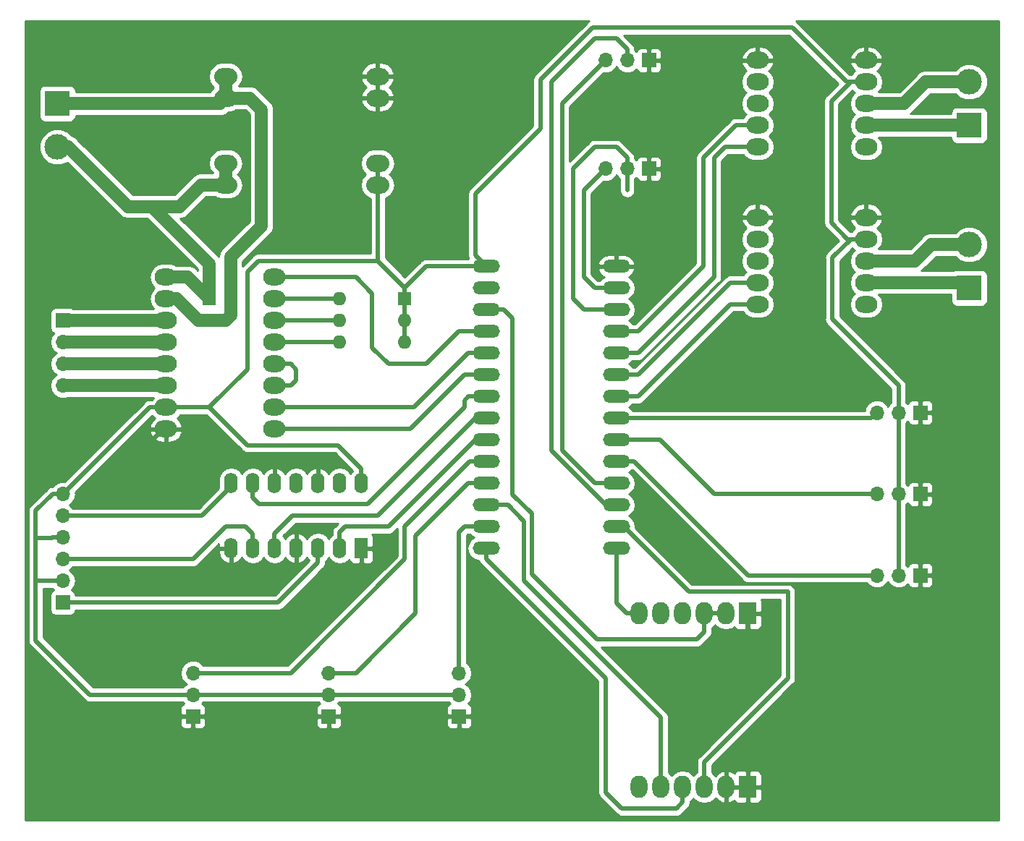
<source format=gbr>
G04 #@! TF.GenerationSoftware,KiCad,Pcbnew,5.0.0+dfsg1-2*
G04 #@! TF.CreationDate,2019-07-02T15:00:02+02:00*
G04 #@! TF.ProjectId,BLOBCNC_TOP,424C4F42434E435F544F502E6B696361,rev?*
G04 #@! TF.SameCoordinates,PXb438b80PY1b9d560*
G04 #@! TF.FileFunction,Copper,L1,Top,Signal*
G04 #@! TF.FilePolarity,Positive*
%FSLAX46Y46*%
G04 Gerber Fmt 4.6, Leading zero omitted, Abs format (unit mm)*
G04 Created by KiCad (PCBNEW 5.0.0+dfsg1-2) date Tue Jul  2 15:00:02 2019*
%MOMM*%
%LPD*%
G01*
G04 APERTURE LIST*
G04 #@! TA.AperFunction,ComponentPad*
%ADD10R,1.600000X1.600000*%
G04 #@! TD*
G04 #@! TA.AperFunction,ComponentPad*
%ADD11C,1.600000*%
G04 #@! TD*
G04 #@! TA.AperFunction,ComponentPad*
%ADD12O,2.600000X2.000000*%
G04 #@! TD*
G04 #@! TA.AperFunction,ComponentPad*
%ADD13C,3.000000*%
G04 #@! TD*
G04 #@! TA.AperFunction,ComponentPad*
%ADD14R,3.000000X3.000000*%
G04 #@! TD*
G04 #@! TA.AperFunction,ComponentPad*
%ADD15O,1.700000X1.700000*%
G04 #@! TD*
G04 #@! TA.AperFunction,ComponentPad*
%ADD16R,1.700000X1.700000*%
G04 #@! TD*
G04 #@! TA.AperFunction,ComponentPad*
%ADD17O,1.600000X1.600000*%
G04 #@! TD*
G04 #@! TA.AperFunction,ComponentPad*
%ADD18O,2.000000X2.600000*%
G04 #@! TD*
G04 #@! TA.AperFunction,ComponentPad*
%ADD19R,2.000000X2.600000*%
G04 #@! TD*
G04 #@! TA.AperFunction,ComponentPad*
%ADD20O,3.175000X1.524000*%
G04 #@! TD*
G04 #@! TA.AperFunction,ComponentPad*
%ADD21R,1.600000X2.400000*%
G04 #@! TD*
G04 #@! TA.AperFunction,ComponentPad*
%ADD22O,1.600000X2.400000*%
G04 #@! TD*
G04 #@! TA.AperFunction,ComponentPad*
%ADD23O,2.700000X2.000000*%
G04 #@! TD*
G04 #@! TA.AperFunction,ViaPad*
%ADD24C,2.000000*%
G04 #@! TD*
G04 #@! TA.AperFunction,Conductor*
%ADD25C,1.500000*%
G04 #@! TD*
G04 #@! TA.AperFunction,Conductor*
%ADD26C,0.500000*%
G04 #@! TD*
G04 #@! TA.AperFunction,Conductor*
%ADD27C,0.254000*%
G04 #@! TD*
G04 APERTURE END LIST*
D10*
G04 #@! TO.P,C1,1*
G04 #@! TO.N,+36V*
X-93091000Y-33274000D03*
D11*
G04 #@! TO.P,C1,2*
G04 #@! TO.N,GNDPWR*
X-90591000Y-33274000D03*
G04 #@! TD*
D12*
G04 #@! TO.P,Dr1,1*
G04 #@! TO.N,Net-(Dr1-Pad1)*
X-85471000Y-30734000D03*
G04 #@! TO.P,Dr1,2*
G04 #@! TO.N,Net-(Dr1-Pad2)*
X-85471000Y-33274000D03*
G04 #@! TO.P,Dr1,3*
G04 #@! TO.N,Net-(Dr1-Pad3)*
X-85471000Y-35814000D03*
G04 #@! TO.P,Dr1,4*
G04 #@! TO.N,Net-(Dr1-Pad4)*
X-85471000Y-38354000D03*
G04 #@! TO.P,Dr1,5*
G04 #@! TO.N,Net-(Dr1-Pad5)*
X-85471000Y-40894000D03*
G04 #@! TO.P,Dr1,6*
X-85471000Y-43434000D03*
G04 #@! TO.P,Dr1,7*
G04 #@! TO.N,Net-(Dr1-Pad7)*
X-85471000Y-45974000D03*
G04 #@! TO.P,Dr1,8*
G04 #@! TO.N,Net-(Dr1-Pad8)*
X-85471000Y-48514000D03*
G04 #@! TO.P,Dr1,9*
G04 #@! TO.N,GND*
X-98171000Y-48514000D03*
G04 #@! TO.P,Dr1,10*
G04 #@! TO.N,+5V*
X-98171000Y-45974000D03*
G04 #@! TO.P,Dr1,11*
G04 #@! TO.N,Net-(Dr1-Pad11)*
X-98171000Y-43434000D03*
G04 #@! TO.P,Dr1,12*
G04 #@! TO.N,Net-(Dr1-Pad12)*
X-98171000Y-40894000D03*
G04 #@! TO.P,Dr1,13*
G04 #@! TO.N,Net-(Dr1-Pad13)*
X-98171000Y-38354000D03*
G04 #@! TO.P,Dr1,14*
G04 #@! TO.N,Net-(Dr1-Pad14)*
X-98171000Y-35814000D03*
G04 #@! TO.P,Dr1,15*
G04 #@! TO.N,GNDPWR*
X-98171000Y-33274000D03*
G04 #@! TO.P,Dr1,16*
G04 #@! TO.N,+36V*
X-98171000Y-30734000D03*
G04 #@! TD*
D13*
G04 #@! TO.P,J1,2*
G04 #@! TO.N,Net-(J1-Pad2)*
X-4191000Y-7874000D03*
D14*
G04 #@! TO.P,J1,1*
G04 #@! TO.N,Net-(J1-Pad1)*
X-4191000Y-12954000D03*
G04 #@! TD*
G04 #@! TO.P,J2,1*
G04 #@! TO.N,Net-(J2-Pad1)*
X-4191000Y-32004000D03*
D13*
G04 #@! TO.P,J2,2*
G04 #@! TO.N,Net-(J2-Pad2)*
X-4191000Y-26924000D03*
G04 #@! TD*
D14*
G04 #@! TO.P,J3,1*
G04 #@! TO.N,GNDPWR*
X-110871000Y-10414000D03*
D13*
G04 #@! TO.P,J3,2*
G04 #@! TO.N,+36V*
X-110871000Y-15494000D03*
G04 #@! TD*
D15*
G04 #@! TO.P,J4,3*
G04 #@! TO.N,Net-(J4-Pad3)*
X-14986000Y-46609000D03*
G04 #@! TO.P,J4,2*
G04 #@! TO.N,+5V*
X-12446000Y-46609000D03*
D16*
G04 #@! TO.P,J4,1*
G04 #@! TO.N,GND*
X-9906000Y-46609000D03*
G04 #@! TD*
G04 #@! TO.P,J5,1*
G04 #@! TO.N,GND*
X-9906000Y-56134000D03*
D15*
G04 #@! TO.P,J5,2*
G04 #@! TO.N,+5V*
X-12446000Y-56134000D03*
G04 #@! TO.P,J5,3*
G04 #@! TO.N,Net-(J5-Pad3)*
X-14986000Y-56134000D03*
G04 #@! TD*
G04 #@! TO.P,J6,3*
G04 #@! TO.N,Net-(J6-Pad3)*
X-14986000Y-65659000D03*
G04 #@! TO.P,J6,2*
G04 #@! TO.N,+5V*
X-12446000Y-65659000D03*
D16*
G04 #@! TO.P,J6,1*
G04 #@! TO.N,GND*
X-9906000Y-65659000D03*
G04 #@! TD*
D15*
G04 #@! TO.P,J7,3*
G04 #@! TO.N,Net-(J7-Pad3)*
X-46736000Y-18034000D03*
G04 #@! TO.P,J7,2*
G04 #@! TO.N,Net-(J7-Pad2)*
X-44196000Y-18034000D03*
D16*
G04 #@! TO.P,J7,1*
G04 #@! TO.N,GND*
X-41656000Y-18034000D03*
G04 #@! TD*
G04 #@! TO.P,J8,1*
G04 #@! TO.N,GND*
X-41656000Y-5334000D03*
D15*
G04 #@! TO.P,J8,2*
G04 #@! TO.N,Net-(J8-Pad2)*
X-44196000Y-5334000D03*
G04 #@! TO.P,J8,3*
G04 #@! TO.N,Net-(J8-Pad3)*
X-46736000Y-5334000D03*
G04 #@! TD*
D16*
G04 #@! TO.P,J9,1*
G04 #@! TO.N,GND*
X-94996000Y-82169000D03*
D15*
G04 #@! TO.P,J9,2*
G04 #@! TO.N,+5V*
X-94996000Y-79629000D03*
G04 #@! TO.P,J9,3*
G04 #@! TO.N,Net-(J9-Pad3)*
X-94996000Y-77089000D03*
G04 #@! TD*
G04 #@! TO.P,J10,3*
G04 #@! TO.N,Net-(J10-Pad3)*
X-79121000Y-77089000D03*
G04 #@! TO.P,J10,2*
G04 #@! TO.N,+5V*
X-79121000Y-79629000D03*
D16*
G04 #@! TO.P,J10,1*
G04 #@! TO.N,GND*
X-79121000Y-82169000D03*
G04 #@! TD*
G04 #@! TO.P,J11,1*
G04 #@! TO.N,GND*
X-63881000Y-82169000D03*
D15*
G04 #@! TO.P,J11,2*
G04 #@! TO.N,+5V*
X-63881000Y-79629000D03*
G04 #@! TO.P,J11,3*
G04 #@! TO.N,Net-(J11-Pad3)*
X-63881000Y-77089000D03*
G04 #@! TD*
D16*
G04 #@! TO.P,J12,1*
G04 #@! TO.N,Net-(Dr1-Pad14)*
X-110236000Y-35814000D03*
D15*
G04 #@! TO.P,J12,2*
G04 #@! TO.N,Net-(Dr1-Pad13)*
X-110236000Y-38354000D03*
G04 #@! TO.P,J12,3*
G04 #@! TO.N,Net-(Dr1-Pad12)*
X-110236000Y-40894000D03*
G04 #@! TO.P,J12,4*
G04 #@! TO.N,Net-(Dr1-Pad11)*
X-110236000Y-43434000D03*
G04 #@! TD*
D16*
G04 #@! TO.P,J13,1*
G04 #@! TO.N,Net-(J13-Pad1)*
X-110236000Y-68834000D03*
D15*
G04 #@! TO.P,J13,2*
G04 #@! TO.N,+5V*
X-110236000Y-66294000D03*
G04 #@! TO.P,J13,3*
G04 #@! TO.N,Net-(J13-Pad3)*
X-110236000Y-63754000D03*
G04 #@! TO.P,J13,4*
G04 #@! TO.N,+5V*
X-110236000Y-61214000D03*
G04 #@! TO.P,J13,5*
G04 #@! TO.N,Net-(J13-Pad5)*
X-110236000Y-58674000D03*
G04 #@! TO.P,J13,6*
G04 #@! TO.N,+5V*
X-110236000Y-56134000D03*
G04 #@! TD*
D12*
G04 #@! TO.P,MotorDriver1,1*
G04 #@! TO.N,Net-(MotorDriver1-Pad1)*
X-28956000Y-15494000D03*
G04 #@! TO.P,MotorDriver1,2*
G04 #@! TO.N,Net-(MotorDriver1-Pad2)*
X-28956000Y-12954000D03*
G04 #@! TO.P,MotorDriver1,3*
G04 #@! TO.N,N/C*
X-28956000Y-10414000D03*
G04 #@! TO.P,MotorDriver1,4*
X-28956000Y-7874000D03*
G04 #@! TO.P,MotorDriver1,5*
G04 #@! TO.N,GND*
X-28956000Y-5334000D03*
G04 #@! TO.P,MotorDriver1,6*
X-16256000Y-5334000D03*
G04 #@! TO.P,MotorDriver1,7*
G04 #@! TO.N,+5V*
X-16256000Y-7874000D03*
G04 #@! TO.P,MotorDriver1,8*
G04 #@! TO.N,Net-(J1-Pad2)*
X-16256000Y-10414000D03*
G04 #@! TO.P,MotorDriver1,9*
G04 #@! TO.N,Net-(J1-Pad1)*
X-16256000Y-12954000D03*
G04 #@! TO.P,MotorDriver1,10*
G04 #@! TO.N,N/C*
X-16256000Y-15494000D03*
G04 #@! TD*
G04 #@! TO.P,MotorDriver2,10*
G04 #@! TO.N,N/C*
X-16256000Y-33909000D03*
G04 #@! TO.P,MotorDriver2,9*
G04 #@! TO.N,Net-(J2-Pad1)*
X-16256000Y-31369000D03*
G04 #@! TO.P,MotorDriver2,8*
G04 #@! TO.N,Net-(J2-Pad2)*
X-16256000Y-28829000D03*
G04 #@! TO.P,MotorDriver2,7*
G04 #@! TO.N,+5V*
X-16256000Y-26289000D03*
G04 #@! TO.P,MotorDriver2,6*
G04 #@! TO.N,GND*
X-16256000Y-23749000D03*
G04 #@! TO.P,MotorDriver2,5*
X-28956000Y-23749000D03*
G04 #@! TO.P,MotorDriver2,4*
G04 #@! TO.N,N/C*
X-28956000Y-26289000D03*
G04 #@! TO.P,MotorDriver2,3*
X-28956000Y-28829000D03*
G04 #@! TO.P,MotorDriver2,2*
G04 #@! TO.N,Net-(MotorDriver2-Pad2)*
X-28956000Y-31369000D03*
G04 #@! TO.P,MotorDriver2,1*
G04 #@! TO.N,Net-(MotorDriver2-Pad1)*
X-28956000Y-33909000D03*
G04 #@! TD*
D10*
G04 #@! TO.P,SW1,1*
G04 #@! TO.N,+5V*
X-70231000Y-33274000D03*
D17*
G04 #@! TO.P,SW1,4*
G04 #@! TO.N,Net-(Dr1-Pad4)*
X-77851000Y-38354000D03*
G04 #@! TO.P,SW1,2*
G04 #@! TO.N,+5V*
X-70231000Y-35814000D03*
G04 #@! TO.P,SW1,5*
G04 #@! TO.N,Net-(Dr1-Pad3)*
X-77851000Y-35814000D03*
G04 #@! TO.P,SW1,3*
G04 #@! TO.N,+5V*
X-70231000Y-38354000D03*
G04 #@! TO.P,SW1,6*
G04 #@! TO.N,Net-(Dr1-Pad2)*
X-77851000Y-33274000D03*
G04 #@! TD*
D18*
G04 #@! TO.P,U2,5*
G04 #@! TO.N,N/C*
X-42799000Y-90424000D03*
G04 #@! TO.P,U2,4*
G04 #@! TO.N,Net-(U2-Pad4)*
X-40259000Y-90424000D03*
G04 #@! TO.P,U2,3*
G04 #@! TO.N,Net-(U2-Pad3)*
X-37719000Y-90424000D03*
G04 #@! TO.P,U2,2*
G04 #@! TO.N,Net-(U2-Pad2)*
X-35179000Y-90424000D03*
G04 #@! TO.P,U2,1*
G04 #@! TO.N,GND*
X-32639000Y-90424000D03*
D19*
X-30099000Y-90424000D03*
X-30099000Y-70104000D03*
D18*
G04 #@! TO.P,U2,8*
G04 #@! TO.N,+3V3*
X-32639000Y-70104000D03*
X-35179000Y-70104000D03*
G04 #@! TO.P,U2,*
G04 #@! TO.N,*
X-37719000Y-70104000D03*
G04 #@! TO.P,U2,7*
G04 #@! TO.N,N/C*
X-40259000Y-70104000D03*
G04 #@! TO.P,U2,6*
G04 #@! TO.N,Net-(U2-Pad6)*
X-42799000Y-70104000D03*
G04 #@! TD*
D20*
G04 #@! TO.P,U3,0*
G04 #@! TO.N,Net-(J7-Pad3)*
X-45466000Y-32004000D03*
G04 #@! TO.P,U3,1*
G04 #@! TO.N,Net-(J7-Pad2)*
X-45466000Y-34544000D03*
G04 #@! TO.P,U3,2*
G04 #@! TO.N,Net-(MotorDriver1-Pad2)*
X-45466000Y-37084000D03*
G04 #@! TO.P,U3,3*
G04 #@! TO.N,Net-(MotorDriver1-Pad1)*
X-45466000Y-39624000D03*
G04 #@! TO.P,U3,4*
G04 #@! TO.N,Net-(MotorDriver2-Pad2)*
X-45466000Y-42164000D03*
G04 #@! TO.P,U3,5*
G04 #@! TO.N,Net-(MotorDriver2-Pad1)*
X-45466000Y-44704000D03*
G04 #@! TO.P,U3,6*
G04 #@! TO.N,Net-(J4-Pad3)*
X-45466000Y-47244000D03*
G04 #@! TO.P,U3,7*
G04 #@! TO.N,Net-(J5-Pad3)*
X-45466000Y-49784000D03*
G04 #@! TO.P,U3,8*
G04 #@! TO.N,Net-(J6-Pad3)*
X-45466000Y-52324000D03*
G04 #@! TO.P,U3,9*
G04 #@! TO.N,Net-(J8-Pad3)*
X-45466000Y-54864000D03*
G04 #@! TO.P,U3,10*
G04 #@! TO.N,Net-(J8-Pad2)*
X-45466000Y-57404000D03*
G04 #@! TO.P,U3,11*
G04 #@! TO.N,Net-(U2-Pad2)*
X-45466000Y-59944000D03*
G04 #@! TO.P,U3,12*
G04 #@! TO.N,Net-(U2-Pad6)*
X-45466000Y-62484000D03*
G04 #@! TO.P,U3,13*
G04 #@! TO.N,Net-(U2-Pad3)*
X-60706000Y-62484000D03*
G04 #@! TO.P,U3,14*
G04 #@! TO.N,Net-(J11-Pad3)*
X-60706000Y-59944000D03*
G04 #@! TO.P,U3,15*
G04 #@! TO.N,Net-(U2-Pad4)*
X-60706000Y-57404000D03*
G04 #@! TO.P,U3,16*
G04 #@! TO.N,Net-(J10-Pad3)*
X-60706000Y-54864000D03*
G04 #@! TO.P,U3,17*
G04 #@! TO.N,Net-(J9-Pad3)*
X-60706000Y-52324000D03*
G04 #@! TO.P,U3,18*
G04 #@! TO.N,Net-(U3-Pad18)*
X-60706000Y-49784000D03*
G04 #@! TO.P,U3,19*
G04 #@! TO.N,Net-(U3-Pad19)*
X-60706000Y-47244000D03*
G04 #@! TO.P,U3,20*
G04 #@! TO.N,Net-(U3-Pad20)*
X-60706000Y-44704000D03*
G04 #@! TO.P,U3,21*
G04 #@! TO.N,Net-(Dr1-Pad8)*
X-60706000Y-42164000D03*
G04 #@! TO.P,U3,22*
G04 #@! TO.N,Net-(Dr1-Pad7)*
X-60706000Y-39624000D03*
G04 #@! TO.P,U3,23*
G04 #@! TO.N,Net-(Dr1-Pad1)*
X-60706000Y-37084000D03*
G04 #@! TO.P,U3,24*
G04 #@! TO.N,+3V3*
X-60706000Y-34544000D03*
G04 #@! TO.P,U3,25*
G04 #@! TO.N,N/C*
X-60706000Y-32004000D03*
G04 #@! TO.P,U3,26*
G04 #@! TO.N,+5V*
X-60706000Y-29464000D03*
G04 #@! TO.P,U3,27*
G04 #@! TO.N,GND*
X-45466000Y-29464000D03*
G04 #@! TD*
D21*
G04 #@! TO.P,U4,1*
G04 #@! TO.N,GND*
X-75311000Y-62484000D03*
D22*
G04 #@! TO.P,U4,8*
G04 #@! TO.N,Net-(J13-Pad5)*
X-90551000Y-54864000D03*
G04 #@! TO.P,U4,2*
G04 #@! TO.N,Net-(U3-Pad18)*
X-77851000Y-62484000D03*
G04 #@! TO.P,U4,9*
G04 #@! TO.N,Net-(U3-Pad20)*
X-88011000Y-54864000D03*
G04 #@! TO.P,U4,3*
G04 #@! TO.N,Net-(J13-Pad1)*
X-80391000Y-62484000D03*
G04 #@! TO.P,U4,10*
G04 #@! TO.N,GND*
X-85471000Y-54864000D03*
G04 #@! TO.P,U4,4*
X-82931000Y-62484000D03*
G04 #@! TO.P,U4,11*
G04 #@! TO.N,N/C*
X-82931000Y-54864000D03*
G04 #@! TO.P,U4,5*
G04 #@! TO.N,Net-(U3-Pad19)*
X-85471000Y-62484000D03*
G04 #@! TO.P,U4,12*
G04 #@! TO.N,GND*
X-80391000Y-54864000D03*
G04 #@! TO.P,U4,6*
G04 #@! TO.N,Net-(J13-Pad3)*
X-88011000Y-62484000D03*
G04 #@! TO.P,U4,13*
G04 #@! TO.N,N/C*
X-77851000Y-54864000D03*
G04 #@! TO.P,U4,7*
G04 #@! TO.N,GND*
X-90551000Y-62484000D03*
G04 #@! TO.P,U4,14*
G04 #@! TO.N,+5V*
X-75311000Y-54864000D03*
G04 #@! TD*
D23*
G04 #@! TO.P,U1,1*
G04 #@! TO.N,GNDPWR*
X-91186000Y-7239000D03*
X-91186000Y-9779000D03*
G04 #@! TO.P,U1,2*
G04 #@! TO.N,+36V*
X-91186000Y-17399000D03*
X-91186000Y-19939000D03*
G04 #@! TO.P,U1,3*
G04 #@! TO.N,GND*
X-73406000Y-7239000D03*
X-73406000Y-9779000D03*
G04 #@! TO.P,U1,4*
G04 #@! TO.N,+5V*
X-73406000Y-17399000D03*
X-73406000Y-19939000D03*
G04 #@! TD*
D24*
G04 #@! TO.N,GND*
X-29972000Y-75184000D03*
X-20828000Y-75184000D03*
X-99060000Y-84836000D03*
X-99060000Y-72644000D03*
X-104140000Y-72644000D03*
X-104140000Y-66040000D03*
X-102108000Y-51308000D03*
X-110236000Y-51308000D03*
X-16256000Y-19812000D03*
X-23876000Y-19812000D03*
G04 #@! TD*
D25*
G04 #@! TO.N,+36V*
X-109601000Y-15494000D02*
X-102616000Y-22479000D01*
X-110871000Y-15494000D02*
X-109601000Y-15494000D01*
X-93091000Y-30974000D02*
X-93091000Y-33274000D01*
X-93091000Y-29204000D02*
X-93091000Y-30974000D01*
X-99816000Y-22479000D02*
X-93091000Y-29204000D01*
X-102616000Y-22479000D02*
X-99816000Y-22479000D01*
X-95631000Y-30734000D02*
X-98171000Y-30734000D01*
X-93091000Y-33274000D02*
X-95631000Y-30734000D01*
X-96576000Y-22479000D02*
X-99816000Y-22479000D01*
X-94036000Y-19939000D02*
X-96576000Y-22479000D01*
X-91186000Y-19939000D02*
X-94036000Y-19939000D01*
X-91186000Y-17399000D02*
X-91186000Y-19939000D01*
G04 #@! TO.N,GNDPWR*
X-90591000Y-35219000D02*
X-90591000Y-33274000D01*
X-91186000Y-35814000D02*
X-90591000Y-35219000D01*
X-94361000Y-35814000D02*
X-91186000Y-35814000D01*
X-98171000Y-33274000D02*
X-96901000Y-33274000D01*
X-96901000Y-33274000D02*
X-94361000Y-35814000D01*
X-91821000Y-10414000D02*
X-91186000Y-9779000D01*
X-110871000Y-10414000D02*
X-91821000Y-10414000D01*
X-91186000Y-9779000D02*
X-91186000Y-7239000D01*
X-88336000Y-9779000D02*
X-86995000Y-11120000D01*
X-91186000Y-9779000D02*
X-88336000Y-9779000D01*
X-86995000Y-11120000D02*
X-86995000Y-24765000D01*
X-90591000Y-28361000D02*
X-90591000Y-33274000D01*
X-86995000Y-24765000D02*
X-90591000Y-28361000D01*
D26*
G04 #@! TO.N,Net-(Dr1-Pad1)*
X-63881000Y-37084000D02*
X-60706000Y-37084000D01*
X-75946000Y-30734000D02*
X-74041000Y-32639000D01*
X-85471000Y-30734000D02*
X-75946000Y-30734000D01*
X-74041000Y-32639000D02*
X-74041000Y-38989000D01*
X-74041000Y-38989000D02*
X-72136000Y-40894000D01*
X-72136000Y-40894000D02*
X-67691000Y-40894000D01*
X-67691000Y-40894000D02*
X-63881000Y-37084000D01*
G04 #@! TO.N,Net-(Dr1-Pad2)*
X-83671000Y-33274000D02*
X-77851000Y-33274000D01*
X-85471000Y-33274000D02*
X-83671000Y-33274000D01*
G04 #@! TO.N,Net-(Dr1-Pad3)*
X-77851000Y-35814000D02*
X-85471000Y-35814000D01*
G04 #@! TO.N,Net-(Dr1-Pad4)*
X-85471000Y-38354000D02*
X-77851000Y-38354000D01*
G04 #@! TO.N,Net-(Dr1-Pad5)*
X-82931000Y-41529000D02*
X-82931000Y-42799000D01*
X-85471000Y-40894000D02*
X-83566000Y-40894000D01*
X-83566000Y-43434000D02*
X-85471000Y-43434000D01*
X-82931000Y-42799000D02*
X-83566000Y-43434000D01*
X-83566000Y-40894000D02*
X-82931000Y-41529000D01*
G04 #@! TO.N,Net-(Dr1-Pad7)*
X-62793500Y-39624000D02*
X-69143500Y-45974000D01*
X-60706000Y-39624000D02*
X-62793500Y-39624000D01*
X-69143500Y-45974000D02*
X-85471000Y-45974000D01*
G04 #@! TO.N,Net-(Dr1-Pad8)*
X-85471000Y-48514000D02*
X-69596000Y-48514000D01*
X-63246000Y-42164000D02*
X-60706000Y-42164000D01*
X-69596000Y-48514000D02*
X-63246000Y-42164000D01*
G04 #@! TO.N,GND*
X-30099000Y-70104000D02*
X-30099000Y-75057000D01*
X-30099000Y-75057000D02*
X-29972000Y-75184000D01*
X-20828000Y-75184000D02*
X-14224000Y-75184000D01*
X-96346000Y-82169000D02*
X-97300999Y-83123999D01*
X-94996000Y-82169000D02*
X-96346000Y-82169000D01*
X-94996000Y-82169000D02*
X-96393000Y-82169000D01*
X-96393000Y-82169000D02*
X-99060000Y-84836000D01*
X-99060000Y-72644000D02*
X-104140000Y-72644000D01*
X-103140001Y-67039999D02*
X-102599999Y-67039999D01*
X-104140000Y-66040000D02*
X-103140001Y-67039999D01*
X-101265000Y-51308000D02*
X-102108000Y-51308000D01*
X-98171000Y-48514000D02*
X-98471000Y-48514000D01*
X-98471000Y-48514000D02*
X-101265000Y-51308000D01*
X-16256000Y-23749000D02*
X-16256000Y-19812000D01*
X-73406000Y-7239000D02*
X-73406000Y-9779000D01*
G04 #@! TO.N,+5V*
X-61976000Y-28194000D02*
X-60706000Y-29464000D01*
X-61976000Y-22479000D02*
X-61976000Y-28194000D01*
X-67721000Y-29464000D02*
X-70231000Y-31974000D01*
X-70231000Y-31974000D02*
X-70231000Y-33274000D01*
X-60706000Y-29464000D02*
X-67721000Y-29464000D01*
X-70231000Y-33274000D02*
X-70231000Y-38354000D01*
X-88646000Y-41529000D02*
X-93091000Y-45974000D01*
X-88646000Y-30099000D02*
X-88646000Y-41529000D01*
X-87376000Y-28829000D02*
X-88646000Y-30099000D01*
X-93091000Y-45974000D02*
X-98171000Y-45974000D01*
X-70231000Y-31974000D02*
X-73376000Y-28829000D01*
X-73376000Y-28829000D02*
X-87376000Y-28829000D01*
X-100076000Y-45974000D02*
X-110236000Y-56134000D01*
X-98171000Y-45974000D02*
X-100076000Y-45974000D01*
X-75311000Y-53164000D02*
X-78056000Y-50419000D01*
X-75311000Y-54864000D02*
X-75311000Y-53164000D01*
X-88646000Y-50419000D02*
X-93091000Y-45974000D01*
X-78056000Y-50419000D02*
X-88646000Y-50419000D01*
X-111438081Y-56134000D02*
X-113411000Y-58106919D01*
X-110236000Y-56134000D02*
X-111438081Y-56134000D01*
X-107061000Y-79629000D02*
X-63881000Y-79629000D01*
X-113411000Y-73279000D02*
X-107061000Y-79629000D01*
X-110236000Y-61214000D02*
X-111438081Y-61214000D01*
X-111438081Y-61214000D02*
X-111536001Y-61311920D01*
X-113313080Y-61311920D02*
X-113411000Y-61214000D01*
X-111536001Y-61311920D02*
X-113313080Y-61311920D01*
X-113411000Y-58106919D02*
X-113411000Y-61214000D01*
X-113411000Y-61214000D02*
X-113411000Y-66294000D01*
X-110236000Y-66294000D02*
X-113411000Y-66294000D01*
X-113411000Y-66294000D02*
X-113411000Y-73279000D01*
X-61976000Y-20979000D02*
X-54356000Y-13359000D01*
X-61976000Y-22479000D02*
X-61976000Y-20979000D01*
X-54356000Y-13359000D02*
X-54356000Y-7620000D01*
X-54356000Y-7620000D02*
X-48260000Y-1524000D01*
X-48260000Y-1524000D02*
X-24892000Y-1524000D01*
X-18542000Y-7874000D02*
X-16256000Y-7874000D01*
X-24892000Y-1524000D02*
X-18542000Y-7874000D01*
X-18056000Y-7874000D02*
X-20320000Y-10138000D01*
X-16256000Y-7874000D02*
X-18056000Y-7874000D01*
X-20320000Y-10138000D02*
X-20320000Y-24384000D01*
X-18415000Y-26289000D02*
X-16256000Y-26289000D01*
X-20320000Y-24384000D02*
X-18415000Y-26289000D01*
X-18056000Y-26289000D02*
X-20215000Y-28448000D01*
X-16256000Y-26289000D02*
X-18056000Y-26289000D01*
X-20215000Y-28448000D02*
X-20215000Y-35665000D01*
X-12446000Y-43434000D02*
X-12446000Y-46609000D01*
X-20215000Y-35665000D02*
X-12446000Y-43434000D01*
X-12446000Y-46609000D02*
X-12446000Y-65659000D01*
X-73406000Y-17399000D02*
X-73406000Y-19939000D01*
X-73376000Y-21469000D02*
X-73376000Y-28829000D01*
X-73406000Y-21439000D02*
X-73376000Y-21469000D01*
X-73406000Y-19939000D02*
X-73406000Y-21439000D01*
D25*
G04 #@! TO.N,Net-(Dr1-Pad11)*
X-98171000Y-43434000D02*
X-110236000Y-43434000D01*
G04 #@! TO.N,Net-(Dr1-Pad12)*
X-110236000Y-40894000D02*
X-98171000Y-40894000D01*
G04 #@! TO.N,Net-(Dr1-Pad13)*
X-98171000Y-38354000D02*
X-110236000Y-38354000D01*
G04 #@! TO.N,Net-(Dr1-Pad14)*
X-110236000Y-35814000D02*
X-98171000Y-35814000D01*
G04 #@! TO.N,Net-(J1-Pad2)*
X-16256000Y-10414000D02*
X-11811000Y-10414000D01*
X-11811000Y-10414000D02*
X-9271000Y-7874000D01*
X-9271000Y-7874000D02*
X-4191000Y-7874000D01*
G04 #@! TO.N,Net-(J1-Pad1)*
X-16256000Y-12954000D02*
X-4191000Y-12954000D01*
G04 #@! TO.N,Net-(J2-Pad1)*
X-4826000Y-31369000D02*
X-4191000Y-32004000D01*
X-16256000Y-31369000D02*
X-4826000Y-31369000D01*
G04 #@! TO.N,Net-(J2-Pad2)*
X-16256000Y-28829000D02*
X-10541000Y-28829000D01*
X-10541000Y-28829000D02*
X-8636000Y-26924000D01*
X-8636000Y-26924000D02*
X-4191000Y-26924000D01*
D26*
G04 #@! TO.N,Net-(J4-Pad3)*
X-15621000Y-47244000D02*
X-14986000Y-46609000D01*
X-45466000Y-47244000D02*
X-15621000Y-47244000D01*
G04 #@! TO.N,Net-(J5-Pad3)*
X-14986000Y-56134000D02*
X-34036000Y-56134000D01*
X-40386000Y-49784000D02*
X-45466000Y-49784000D01*
X-34036000Y-56134000D02*
X-40386000Y-49784000D01*
G04 #@! TO.N,Net-(J6-Pad3)*
X-16188081Y-65659000D02*
X-14986000Y-65659000D01*
X-30043500Y-65659000D02*
X-16188081Y-65659000D01*
X-43378500Y-52324000D02*
X-30043500Y-65659000D01*
X-45466000Y-52324000D02*
X-43378500Y-52324000D01*
G04 #@! TO.N,Net-(J7-Pad3)*
X-49276000Y-30734000D02*
X-48006000Y-32004000D01*
X-46736000Y-18034000D02*
X-49276000Y-20574000D01*
X-48006000Y-32004000D02*
X-45466000Y-32004000D01*
X-49276000Y-20574000D02*
X-49276000Y-30734000D01*
G04 #@! TO.N,Net-(J7-Pad2)*
X-44196000Y-18034000D02*
X-44196000Y-20574000D01*
X-44196000Y-18034000D02*
X-44196000Y-16764000D01*
X-44196000Y-16764000D02*
X-45466000Y-15494000D01*
X-45466000Y-15494000D02*
X-48006000Y-15494000D01*
X-48006000Y-15494000D02*
X-50546000Y-18034000D01*
X-50546000Y-18034000D02*
X-50546000Y-33274000D01*
X-49276000Y-34544000D02*
X-45466000Y-34544000D01*
X-50546000Y-33274000D02*
X-49276000Y-34544000D01*
G04 #@! TO.N,Net-(J8-Pad2)*
X-46736000Y-57404000D02*
X-53086000Y-51054000D01*
X-45466000Y-2794000D02*
X-44196000Y-4064000D01*
X-45466000Y-57404000D02*
X-46736000Y-57404000D01*
X-53086000Y-51054000D02*
X-53086000Y-7874000D01*
X-44196000Y-4064000D02*
X-44196000Y-5334000D01*
X-53086000Y-7874000D02*
X-48006000Y-2794000D01*
X-48006000Y-2794000D02*
X-45466000Y-2794000D01*
G04 #@! TO.N,Net-(J8-Pad3)*
X-46736000Y-5334000D02*
X-51816000Y-10414000D01*
X-51816000Y-10414000D02*
X-51816000Y-51054000D01*
X-48006000Y-54864000D02*
X-45466000Y-54864000D01*
X-51816000Y-51054000D02*
X-48006000Y-54864000D01*
G04 #@! TO.N,Net-(J9-Pad3)*
X-83566000Y-77089000D02*
X-94996000Y-77089000D01*
X-70231000Y-63754000D02*
X-83566000Y-77089000D01*
X-70231000Y-59944000D02*
X-70231000Y-63754000D01*
X-60706000Y-52324000D02*
X-62611000Y-52324000D01*
X-62611000Y-52324000D02*
X-70231000Y-59944000D01*
G04 #@! TO.N,Net-(J10-Pad3)*
X-62793500Y-54864000D02*
X-68961000Y-61031500D01*
X-60706000Y-54864000D02*
X-62793500Y-54864000D01*
X-68961000Y-61031500D02*
X-68961000Y-70104000D01*
X-75946000Y-77089000D02*
X-79121000Y-77089000D01*
X-68961000Y-70104000D02*
X-75946000Y-77089000D01*
G04 #@! TO.N,Net-(J11-Pad3)*
X-63246000Y-59944000D02*
X-60706000Y-59944000D01*
X-63881000Y-77089000D02*
X-63881000Y-60579000D01*
X-63881000Y-60579000D02*
X-63246000Y-59944000D01*
G04 #@! TO.N,Net-(J13-Pad1)*
X-108886000Y-68834000D02*
X-110236000Y-68834000D01*
X-85041000Y-68834000D02*
X-108886000Y-68834000D01*
X-80391000Y-64184000D02*
X-85041000Y-68834000D01*
X-80391000Y-62484000D02*
X-80391000Y-64184000D01*
G04 #@! TO.N,Net-(J13-Pad3)*
X-88011000Y-60784000D02*
X-88851000Y-59944000D01*
X-88011000Y-62484000D02*
X-88011000Y-60784000D01*
X-88851000Y-59944000D02*
X-91186000Y-59944000D01*
X-91186000Y-59944000D02*
X-94996000Y-63754000D01*
X-94996000Y-63754000D02*
X-110236000Y-63754000D01*
G04 #@! TO.N,Net-(J13-Pad5)*
X-90551000Y-55264000D02*
X-93961000Y-58674000D01*
X-90551000Y-54864000D02*
X-90551000Y-55264000D01*
X-93961000Y-58674000D02*
X-110236000Y-58674000D01*
G04 #@! TO.N,Net-(MotorDriver1-Pad1)*
X-42926000Y-39624000D02*
X-45466000Y-39624000D01*
X-34036000Y-30734000D02*
X-42926000Y-39624000D01*
X-34036000Y-16764000D02*
X-34036000Y-30734000D01*
X-28956000Y-15494000D02*
X-32766000Y-15494000D01*
X-32766000Y-15494000D02*
X-34036000Y-16764000D01*
G04 #@! TO.N,Net-(MotorDriver1-Pad2)*
X-31496000Y-12954000D02*
X-28956000Y-12954000D01*
X-35306000Y-16764000D02*
X-31496000Y-12954000D01*
X-45466000Y-37084000D02*
X-42926000Y-37084000D01*
X-35306000Y-29464000D02*
X-35306000Y-16764000D01*
X-42926000Y-37084000D02*
X-35306000Y-29464000D01*
G04 #@! TO.N,Net-(MotorDriver2-Pad2)*
X-45466000Y-42164000D02*
X-42926000Y-42164000D01*
X-42926000Y-42164000D02*
X-32131000Y-31369000D01*
X-32131000Y-31369000D02*
X-28956000Y-31369000D01*
G04 #@! TO.N,Net-(MotorDriver2-Pad1)*
X-32131000Y-33909000D02*
X-28956000Y-33909000D01*
X-45466000Y-44704000D02*
X-42926000Y-44704000D01*
X-42926000Y-44704000D02*
X-32131000Y-33909000D01*
G04 #@! TO.N,Net-(U2-Pad4)*
X-40259000Y-90424000D02*
X-40259000Y-82296000D01*
X-40259000Y-82296000D02*
X-56261000Y-66294000D01*
X-56261000Y-66294000D02*
X-56261000Y-59309000D01*
X-58166000Y-57404000D02*
X-60706000Y-57404000D01*
X-56261000Y-59309000D02*
X-58166000Y-57404000D01*
G04 #@! TO.N,Net-(U2-Pad3)*
X-37719000Y-92224000D02*
X-37719000Y-90424000D01*
X-60706000Y-62484000D02*
X-60706000Y-63746000D01*
X-60706000Y-63746000D02*
X-46736000Y-77716000D01*
X-46736000Y-91059000D02*
X-44831000Y-92964000D01*
X-44831000Y-92964000D02*
X-38459000Y-92964000D01*
X-46736000Y-77716000D02*
X-46736000Y-91059000D01*
X-38459000Y-92964000D02*
X-37719000Y-92224000D01*
G04 #@! TO.N,Net-(U2-Pad2)*
X-35179000Y-87503000D02*
X-35179000Y-90424000D01*
X-25400000Y-67564000D02*
X-25400000Y-77724000D01*
X-37020500Y-67564000D02*
X-25400000Y-67564000D01*
X-25400000Y-77724000D02*
X-35179000Y-87503000D01*
X-45466000Y-59944000D02*
X-44640500Y-59944000D01*
X-44640500Y-59944000D02*
X-37020500Y-67564000D01*
G04 #@! TO.N,+3V3*
X-32639000Y-70104000D02*
X-35179000Y-70104000D01*
X-35179000Y-72263000D02*
X-35179000Y-70104000D01*
X-36068000Y-73152000D02*
X-35179000Y-72263000D01*
X-58618500Y-34544000D02*
X-57602500Y-35560000D01*
X-60706000Y-34544000D02*
X-58618500Y-34544000D01*
X-57602500Y-35560000D02*
X-57602500Y-56189500D01*
X-47752000Y-73152000D02*
X-36068000Y-73152000D01*
X-55372000Y-58420000D02*
X-55372000Y-65532000D01*
X-57602500Y-56189500D02*
X-55372000Y-58420000D01*
X-55372000Y-65532000D02*
X-47752000Y-73152000D01*
G04 #@! TO.N,Net-(U2-Pad6)*
X-44299000Y-70104000D02*
X-42799000Y-70104000D01*
X-45466000Y-68937000D02*
X-44299000Y-70104000D01*
X-45466000Y-62484000D02*
X-45466000Y-68937000D01*
G04 #@! TO.N,Net-(U3-Pad18)*
X-60706000Y-49784000D02*
X-61976000Y-49784000D01*
X-61976000Y-49784000D02*
X-72136000Y-59944000D01*
X-72136000Y-59944000D02*
X-77216000Y-59944000D01*
X-77851000Y-60579000D02*
X-77851000Y-62484000D01*
X-77216000Y-59944000D02*
X-77851000Y-60579000D01*
G04 #@! TO.N,Net-(U3-Pad19)*
X-85471000Y-60784000D02*
X-85471000Y-62484000D01*
X-83361000Y-58674000D02*
X-85471000Y-60784000D01*
X-73406000Y-58674000D02*
X-83361000Y-58674000D01*
X-60706000Y-47244000D02*
X-61976000Y-47244000D01*
X-61976000Y-47244000D02*
X-73406000Y-58674000D01*
G04 #@! TO.N,Net-(U3-Pad20)*
X-88011000Y-56564000D02*
X-88011000Y-54864000D01*
X-60706000Y-44704000D02*
X-62793500Y-44704000D01*
X-62793500Y-44704000D02*
X-63246000Y-45156500D01*
X-74610990Y-57338990D02*
X-87236010Y-57338990D01*
X-63246000Y-45156500D02*
X-63246000Y-45974000D01*
X-63246000Y-45974000D02*
X-74610990Y-57338990D01*
X-87236010Y-57338990D02*
X-88011000Y-56564000D01*
G04 #@! TD*
D27*
G04 #@! TO.N,GND*
G36*
X-48824155Y-836576D02*
X-48824156Y-836577D01*
X-48898049Y-885951D01*
X-48947423Y-959844D01*
X-54920155Y-6932577D01*
X-54994048Y-6981951D01*
X-55043422Y-7055844D01*
X-55043424Y-7055846D01*
X-55189652Y-7274691D01*
X-55258337Y-7620000D01*
X-55240999Y-7707165D01*
X-55241000Y-12992421D01*
X-62540155Y-20291577D01*
X-62614048Y-20340951D01*
X-62663422Y-20414844D01*
X-62663424Y-20414846D01*
X-62809652Y-20633691D01*
X-62878337Y-20979000D01*
X-62860999Y-21066165D01*
X-62861000Y-22391835D01*
X-62861000Y-22391836D01*
X-62860999Y-28106835D01*
X-62878337Y-28194000D01*
X-62809652Y-28539309D01*
X-62783131Y-28579000D01*
X-67633841Y-28579000D01*
X-67721001Y-28561663D01*
X-67808160Y-28579000D01*
X-67808165Y-28579000D01*
X-68066310Y-28630348D01*
X-68221384Y-28733966D01*
X-68285155Y-28776576D01*
X-68285156Y-28776577D01*
X-68359049Y-28825951D01*
X-68408423Y-28899844D01*
X-70231000Y-30722421D01*
X-72491000Y-28462422D01*
X-72491000Y-21556159D01*
X-72478053Y-21491070D01*
X-72418055Y-21479136D01*
X-71877231Y-21117769D01*
X-71515864Y-20576945D01*
X-71388969Y-19939000D01*
X-71515864Y-19301055D01*
X-71877231Y-18760231D01*
X-72013768Y-18669000D01*
X-71877231Y-18577769D01*
X-71515864Y-18036945D01*
X-71388969Y-17399000D01*
X-71515864Y-16761055D01*
X-71877231Y-16220231D01*
X-72418055Y-15858864D01*
X-72894969Y-15764000D01*
X-73917031Y-15764000D01*
X-74393945Y-15858864D01*
X-74934769Y-16220231D01*
X-75296136Y-16761055D01*
X-75423031Y-17399000D01*
X-75296136Y-18036945D01*
X-74934769Y-18577769D01*
X-74798232Y-18669000D01*
X-74934769Y-18760231D01*
X-75296136Y-19301055D01*
X-75423031Y-19939000D01*
X-75296136Y-20576945D01*
X-74934769Y-21117769D01*
X-74393945Y-21479136D01*
X-74296498Y-21498519D01*
X-74261000Y-21676984D01*
X-74260999Y-27944000D01*
X-87288841Y-27944000D01*
X-87376001Y-27926663D01*
X-87463161Y-27944000D01*
X-87463165Y-27944000D01*
X-87721310Y-27995348D01*
X-87721312Y-27995349D01*
X-87721311Y-27995349D01*
X-87940155Y-28141576D01*
X-87940156Y-28141577D01*
X-88014049Y-28190951D01*
X-88063423Y-28264844D01*
X-89206000Y-29407422D01*
X-89206000Y-28934685D01*
X-86112112Y-25840798D01*
X-85996471Y-25763529D01*
X-85690359Y-25305400D01*
X-85610000Y-24901407D01*
X-85582867Y-24765000D01*
X-85610000Y-24628593D01*
X-85610000Y-11256401D01*
X-85582868Y-11119999D01*
X-85610000Y-10983597D01*
X-85610000Y-10983593D01*
X-85690359Y-10579600D01*
X-85971105Y-10159434D01*
X-75346124Y-10159434D01*
X-75315144Y-10287355D01*
X-75001922Y-10845317D01*
X-74499020Y-11240942D01*
X-73883000Y-11414000D01*
X-73533000Y-11414000D01*
X-73533000Y-9906000D01*
X-73279000Y-9906000D01*
X-73279000Y-11414000D01*
X-72929000Y-11414000D01*
X-72312980Y-11240942D01*
X-71810078Y-10845317D01*
X-71496856Y-10287355D01*
X-71465876Y-10159434D01*
X-71585223Y-9906000D01*
X-73279000Y-9906000D01*
X-73533000Y-9906000D01*
X-75226777Y-9906000D01*
X-75346124Y-10159434D01*
X-85971105Y-10159434D01*
X-85996472Y-10121471D01*
X-86112113Y-10044202D01*
X-87260200Y-8896115D01*
X-87337471Y-8780471D01*
X-87795600Y-8474359D01*
X-88199593Y-8394000D01*
X-88336000Y-8366867D01*
X-88472407Y-8394000D01*
X-89641349Y-8394000D01*
X-89295864Y-7876945D01*
X-89244642Y-7619434D01*
X-75346124Y-7619434D01*
X-75315144Y-7747355D01*
X-75001922Y-8305317D01*
X-74743009Y-8509000D01*
X-75001922Y-8712683D01*
X-75315144Y-9270645D01*
X-75346124Y-9398566D01*
X-75226777Y-9652000D01*
X-73533000Y-9652000D01*
X-73533000Y-7366000D01*
X-73279000Y-7366000D01*
X-73279000Y-9652000D01*
X-71585223Y-9652000D01*
X-71465876Y-9398566D01*
X-71496856Y-9270645D01*
X-71810078Y-8712683D01*
X-72068991Y-8509000D01*
X-71810078Y-8305317D01*
X-71496856Y-7747355D01*
X-71465876Y-7619434D01*
X-71585223Y-7366000D01*
X-73279000Y-7366000D01*
X-73533000Y-7366000D01*
X-75226777Y-7366000D01*
X-75346124Y-7619434D01*
X-89244642Y-7619434D01*
X-89168969Y-7239000D01*
X-89244641Y-6858566D01*
X-75346124Y-6858566D01*
X-75226777Y-7112000D01*
X-73533000Y-7112000D01*
X-73533000Y-5604000D01*
X-73279000Y-5604000D01*
X-73279000Y-7112000D01*
X-71585223Y-7112000D01*
X-71465876Y-6858566D01*
X-71496856Y-6730645D01*
X-71810078Y-6172683D01*
X-72312980Y-5777058D01*
X-72929000Y-5604000D01*
X-73279000Y-5604000D01*
X-73533000Y-5604000D01*
X-73883000Y-5604000D01*
X-74499020Y-5777058D01*
X-75001922Y-6172683D01*
X-75315144Y-6730645D01*
X-75346124Y-6858566D01*
X-89244641Y-6858566D01*
X-89295864Y-6601055D01*
X-89657231Y-6060231D01*
X-90198055Y-5698864D01*
X-90674969Y-5604000D01*
X-91697031Y-5604000D01*
X-92173945Y-5698864D01*
X-92714769Y-6060231D01*
X-93076136Y-6601055D01*
X-93203031Y-7239000D01*
X-93076136Y-7876945D01*
X-92714769Y-8417769D01*
X-92578232Y-8509000D01*
X-92714769Y-8600231D01*
X-93001263Y-9029000D01*
X-108723560Y-9029000D01*
X-108723560Y-8914000D01*
X-108772843Y-8666235D01*
X-108913191Y-8456191D01*
X-109123235Y-8315843D01*
X-109371000Y-8266560D01*
X-112371000Y-8266560D01*
X-112618765Y-8315843D01*
X-112828809Y-8456191D01*
X-112969157Y-8666235D01*
X-113018440Y-8914000D01*
X-113018440Y-11914000D01*
X-112969157Y-12161765D01*
X-112828809Y-12371809D01*
X-112618765Y-12512157D01*
X-112371000Y-12561440D01*
X-109371000Y-12561440D01*
X-109123235Y-12512157D01*
X-108913191Y-12371809D01*
X-108772843Y-12161765D01*
X-108723560Y-11914000D01*
X-108723560Y-11799000D01*
X-91957407Y-11799000D01*
X-91821000Y-11826133D01*
X-91684593Y-11799000D01*
X-91280600Y-11718641D01*
X-90824673Y-11414000D01*
X-90674969Y-11414000D01*
X-90198055Y-11319136D01*
X-89965878Y-11164000D01*
X-88909685Y-11164000D01*
X-88380000Y-11693685D01*
X-88379999Y-24191313D01*
X-91473888Y-27285203D01*
X-91589529Y-27362472D01*
X-91757827Y-27614348D01*
X-91895641Y-27820601D01*
X-91999788Y-28344182D01*
X-92015203Y-28321111D01*
X-92015205Y-28321109D01*
X-92092472Y-28205471D01*
X-92208110Y-28128204D01*
X-96466886Y-23869429D01*
X-96439593Y-23864000D01*
X-96035600Y-23783641D01*
X-95577471Y-23477529D01*
X-95500200Y-23361885D01*
X-93462315Y-21324000D01*
X-92406122Y-21324000D01*
X-92173945Y-21479136D01*
X-91697031Y-21574000D01*
X-90674969Y-21574000D01*
X-90198055Y-21479136D01*
X-89657231Y-21117769D01*
X-89295864Y-20576945D01*
X-89168969Y-19939000D01*
X-89295864Y-19301055D01*
X-89657231Y-18760231D01*
X-89793768Y-18669000D01*
X-89657231Y-18577769D01*
X-89295864Y-18036945D01*
X-89168969Y-17399000D01*
X-89295864Y-16761055D01*
X-89657231Y-16220231D01*
X-90198055Y-15858864D01*
X-90674969Y-15764000D01*
X-91697031Y-15764000D01*
X-92173945Y-15858864D01*
X-92714769Y-16220231D01*
X-93076136Y-16761055D01*
X-93203031Y-17399000D01*
X-93076136Y-18036945D01*
X-92730651Y-18554000D01*
X-93899599Y-18554000D01*
X-94036001Y-18526868D01*
X-94172403Y-18554000D01*
X-94172407Y-18554000D01*
X-94576400Y-18634359D01*
X-95034529Y-18940471D01*
X-95111800Y-19056115D01*
X-97149685Y-21094000D01*
X-99679593Y-21094000D01*
X-99816000Y-21066867D01*
X-99952407Y-21094000D01*
X-102042314Y-21094000D01*
X-108525201Y-14611114D01*
X-108602471Y-14495471D01*
X-109060600Y-14189359D01*
X-109180056Y-14165598D01*
X-109661620Y-13684034D01*
X-110446322Y-13359000D01*
X-111295678Y-13359000D01*
X-112080380Y-13684034D01*
X-112680966Y-14284620D01*
X-113006000Y-15069322D01*
X-113006000Y-15918678D01*
X-112680966Y-16703380D01*
X-112080380Y-17303966D01*
X-111295678Y-17629000D01*
X-110446322Y-17629000D01*
X-109723916Y-17329770D01*
X-103691798Y-23361888D01*
X-103614529Y-23477529D01*
X-103498889Y-23554797D01*
X-103156400Y-23783641D01*
X-102616000Y-23891133D01*
X-102479593Y-23864000D01*
X-100389685Y-23864000D01*
X-94476000Y-29777686D01*
X-94476000Y-29930315D01*
X-94555200Y-29851115D01*
X-94632471Y-29735471D01*
X-95090600Y-29429359D01*
X-95494593Y-29349000D01*
X-95631000Y-29321867D01*
X-95767407Y-29349000D01*
X-97000878Y-29349000D01*
X-97233055Y-29193864D01*
X-97709969Y-29099000D01*
X-98632031Y-29099000D01*
X-99108945Y-29193864D01*
X-99649769Y-29555231D01*
X-100011136Y-30096055D01*
X-100138031Y-30734000D01*
X-100011136Y-31371945D01*
X-99649769Y-31912769D01*
X-99513232Y-32004000D01*
X-99649769Y-32095231D01*
X-100011136Y-32636055D01*
X-100138031Y-33274000D01*
X-100011136Y-33911945D01*
X-99665651Y-34429000D01*
X-109043715Y-34429000D01*
X-109138235Y-34365843D01*
X-109386000Y-34316560D01*
X-111086000Y-34316560D01*
X-111333765Y-34365843D01*
X-111543809Y-34506191D01*
X-111684157Y-34716235D01*
X-111733440Y-34964000D01*
X-111733440Y-36664000D01*
X-111684157Y-36911765D01*
X-111543809Y-37121809D01*
X-111333765Y-37262157D01*
X-111288381Y-37271184D01*
X-111306625Y-37283375D01*
X-111634839Y-37774582D01*
X-111750092Y-38354000D01*
X-111634839Y-38933418D01*
X-111306625Y-39424625D01*
X-111008239Y-39624000D01*
X-111306625Y-39823375D01*
X-111634839Y-40314582D01*
X-111750092Y-40894000D01*
X-111634839Y-41473418D01*
X-111306625Y-41964625D01*
X-111008239Y-42164000D01*
X-111306625Y-42363375D01*
X-111634839Y-42854582D01*
X-111750092Y-43434000D01*
X-111634839Y-44013418D01*
X-111306625Y-44504625D01*
X-110815418Y-44832839D01*
X-110382256Y-44919000D01*
X-110089744Y-44919000D01*
X-109656582Y-44832839D01*
X-109635870Y-44819000D01*
X-99665651Y-44819000D01*
X-99846059Y-45089000D01*
X-99988839Y-45089000D01*
X-100076000Y-45071663D01*
X-100163161Y-45089000D01*
X-100163165Y-45089000D01*
X-100421310Y-45140348D01*
X-100640155Y-45286576D01*
X-100640156Y-45286577D01*
X-100714049Y-45335951D01*
X-100763423Y-45409844D01*
X-110017040Y-54663462D01*
X-110089744Y-54649000D01*
X-110382256Y-54649000D01*
X-110815418Y-54735161D01*
X-111306625Y-55063375D01*
X-111421302Y-55235001D01*
X-111438081Y-55231663D01*
X-111525242Y-55249000D01*
X-111525246Y-55249000D01*
X-111783391Y-55300348D01*
X-112002236Y-55446576D01*
X-112002237Y-55446577D01*
X-112076130Y-55495951D01*
X-112125504Y-55569844D01*
X-113975153Y-57419494D01*
X-114049049Y-57468870D01*
X-114244652Y-57761610D01*
X-114296000Y-58019755D01*
X-114296000Y-58019758D01*
X-114313337Y-58106919D01*
X-114296000Y-58194080D01*
X-114295999Y-61126831D01*
X-114296000Y-61126836D01*
X-114296000Y-61126839D01*
X-114313337Y-61214000D01*
X-114296000Y-61301161D01*
X-114295999Y-66206831D01*
X-114313338Y-66294000D01*
X-114296000Y-66381164D01*
X-114295999Y-73191835D01*
X-114313337Y-73279000D01*
X-114244652Y-73624309D01*
X-114098424Y-73843154D01*
X-114098422Y-73843156D01*
X-114049048Y-73917049D01*
X-113975155Y-73966423D01*
X-107748423Y-80193156D01*
X-107699049Y-80267049D01*
X-107625156Y-80316423D01*
X-107625155Y-80316424D01*
X-107514120Y-80390615D01*
X-107406310Y-80462652D01*
X-107148165Y-80514000D01*
X-107148161Y-80514000D01*
X-107061001Y-80531337D01*
X-106973841Y-80514000D01*
X-96190656Y-80514000D01*
X-96066625Y-80699625D01*
X-96044967Y-80714096D01*
X-96205698Y-80780673D01*
X-96384327Y-80959301D01*
X-96481000Y-81192690D01*
X-96481000Y-81883250D01*
X-96322250Y-82042000D01*
X-95123000Y-82042000D01*
X-95123000Y-82022000D01*
X-94869000Y-82022000D01*
X-94869000Y-82042000D01*
X-93669750Y-82042000D01*
X-93511000Y-81883250D01*
X-93511000Y-81192690D01*
X-93607673Y-80959301D01*
X-93786302Y-80780673D01*
X-93947033Y-80714096D01*
X-93925375Y-80699625D01*
X-93801344Y-80514000D01*
X-80315656Y-80514000D01*
X-80191625Y-80699625D01*
X-80169967Y-80714096D01*
X-80330698Y-80780673D01*
X-80509327Y-80959301D01*
X-80606000Y-81192690D01*
X-80606000Y-81883250D01*
X-80447250Y-82042000D01*
X-79248000Y-82042000D01*
X-79248000Y-82022000D01*
X-78994000Y-82022000D01*
X-78994000Y-82042000D01*
X-77794750Y-82042000D01*
X-77636000Y-81883250D01*
X-77636000Y-81192690D01*
X-77732673Y-80959301D01*
X-77911302Y-80780673D01*
X-78072033Y-80714096D01*
X-78050375Y-80699625D01*
X-77926344Y-80514000D01*
X-65075656Y-80514000D01*
X-64951625Y-80699625D01*
X-64929967Y-80714096D01*
X-65090698Y-80780673D01*
X-65269327Y-80959301D01*
X-65366000Y-81192690D01*
X-65366000Y-81883250D01*
X-65207250Y-82042000D01*
X-64008000Y-82042000D01*
X-64008000Y-82022000D01*
X-63754000Y-82022000D01*
X-63754000Y-82042000D01*
X-62554750Y-82042000D01*
X-62396000Y-81883250D01*
X-62396000Y-81192690D01*
X-62492673Y-80959301D01*
X-62671302Y-80780673D01*
X-62832033Y-80714096D01*
X-62810375Y-80699625D01*
X-62482161Y-80208418D01*
X-62366908Y-79629000D01*
X-62482161Y-79049582D01*
X-62810375Y-78558375D01*
X-63108761Y-78359000D01*
X-62810375Y-78159625D01*
X-62482161Y-77668418D01*
X-62366908Y-77089000D01*
X-62482161Y-76509582D01*
X-62810375Y-76018375D01*
X-62996000Y-75894344D01*
X-62996000Y-60945578D01*
X-62879421Y-60829000D01*
X-62620318Y-60829000D01*
X-62538680Y-60951180D01*
X-62145342Y-61214000D01*
X-62538680Y-61476820D01*
X-62847444Y-61938918D01*
X-62955868Y-62484000D01*
X-62847444Y-63029082D01*
X-62538680Y-63491180D01*
X-62076582Y-63799944D01*
X-61669088Y-63881000D01*
X-61581484Y-63881000D01*
X-61539652Y-64091309D01*
X-61393424Y-64310154D01*
X-61393422Y-64310156D01*
X-61344048Y-64384049D01*
X-61270155Y-64433423D01*
X-47621000Y-78082579D01*
X-47620999Y-90971834D01*
X-47638337Y-91059000D01*
X-47569652Y-91404309D01*
X-47423424Y-91623154D01*
X-47423422Y-91623156D01*
X-47374048Y-91697049D01*
X-47300155Y-91746423D01*
X-45518423Y-93528156D01*
X-45469049Y-93602049D01*
X-45395156Y-93651423D01*
X-45395155Y-93651424D01*
X-45176310Y-93797652D01*
X-44918165Y-93849000D01*
X-44918161Y-93849000D01*
X-44831000Y-93866337D01*
X-44743839Y-93849000D01*
X-38546161Y-93849000D01*
X-38459000Y-93866337D01*
X-38371839Y-93849000D01*
X-38371835Y-93849000D01*
X-38113690Y-93797652D01*
X-37820951Y-93602049D01*
X-37771575Y-93528153D01*
X-37154844Y-92911423D01*
X-37080951Y-92862049D01*
X-36885348Y-92569310D01*
X-36834000Y-92311165D01*
X-36834000Y-92311160D01*
X-36816663Y-92224001D01*
X-36834000Y-92136841D01*
X-36834000Y-92099059D01*
X-36540231Y-91902769D01*
X-36449000Y-91766232D01*
X-36357769Y-91902769D01*
X-35816944Y-92264136D01*
X-35179000Y-92391031D01*
X-34541055Y-92264136D01*
X-34000231Y-91902769D01*
X-33889048Y-91736371D01*
X-33705317Y-91969922D01*
X-33147355Y-92283144D01*
X-33019434Y-92314124D01*
X-32766000Y-92194777D01*
X-32766000Y-90551000D01*
X-32512000Y-90551000D01*
X-32512000Y-92194777D01*
X-32258566Y-92314124D01*
X-32130645Y-92283144D01*
X-31663368Y-92020830D01*
X-31637327Y-92083698D01*
X-31458699Y-92262327D01*
X-31225310Y-92359000D01*
X-30384750Y-92359000D01*
X-30226000Y-92200250D01*
X-30226000Y-90551000D01*
X-29972000Y-90551000D01*
X-29972000Y-92200250D01*
X-29813250Y-92359000D01*
X-28972690Y-92359000D01*
X-28739301Y-92262327D01*
X-28560673Y-92083698D01*
X-28464000Y-91850309D01*
X-28464000Y-90709750D01*
X-28622750Y-90551000D01*
X-29972000Y-90551000D01*
X-30226000Y-90551000D01*
X-32512000Y-90551000D01*
X-32766000Y-90551000D01*
X-32786000Y-90551000D01*
X-32786000Y-90297000D01*
X-32766000Y-90297000D01*
X-32766000Y-88653223D01*
X-32512000Y-88653223D01*
X-32512000Y-90297000D01*
X-30226000Y-90297000D01*
X-30226000Y-88647750D01*
X-29972000Y-88647750D01*
X-29972000Y-90297000D01*
X-28622750Y-90297000D01*
X-28464000Y-90138250D01*
X-28464000Y-88997691D01*
X-28560673Y-88764302D01*
X-28739301Y-88585673D01*
X-28972690Y-88489000D01*
X-29813250Y-88489000D01*
X-29972000Y-88647750D01*
X-30226000Y-88647750D01*
X-30384750Y-88489000D01*
X-31225310Y-88489000D01*
X-31458699Y-88585673D01*
X-31637327Y-88764302D01*
X-31663368Y-88827170D01*
X-32130645Y-88564856D01*
X-32258566Y-88533876D01*
X-32512000Y-88653223D01*
X-32766000Y-88653223D01*
X-33019434Y-88533876D01*
X-33147355Y-88564856D01*
X-33705317Y-88878078D01*
X-33889048Y-89111629D01*
X-34000231Y-88945231D01*
X-34294000Y-88748941D01*
X-34294000Y-87869578D01*
X-24835844Y-78411423D01*
X-24761951Y-78362049D01*
X-24566348Y-78069310D01*
X-24515000Y-77811165D01*
X-24515000Y-77811161D01*
X-24497663Y-77724001D01*
X-24515000Y-77636841D01*
X-24515000Y-67651165D01*
X-24497662Y-67564000D01*
X-24566348Y-67218690D01*
X-24761951Y-66925951D01*
X-25054690Y-66730348D01*
X-25312835Y-66679000D01*
X-25312836Y-66679000D01*
X-25400000Y-66661662D01*
X-25487165Y-66679000D01*
X-36653921Y-66679000D01*
X-43244800Y-60088122D01*
X-43216132Y-59944000D01*
X-43324556Y-59398918D01*
X-43633320Y-58936820D01*
X-44026658Y-58674000D01*
X-43633320Y-58411180D01*
X-43324556Y-57949082D01*
X-43216132Y-57404000D01*
X-43324556Y-56858918D01*
X-43633320Y-56396820D01*
X-44026658Y-56134000D01*
X-43633320Y-55871180D01*
X-43324556Y-55409082D01*
X-43216132Y-54864000D01*
X-43324556Y-54318918D01*
X-43633320Y-53856820D01*
X-44026658Y-53594000D01*
X-43633320Y-53331180D01*
X-43629146Y-53324932D01*
X-30730923Y-66223156D01*
X-30681549Y-66297049D01*
X-30607656Y-66346423D01*
X-30607655Y-66346424D01*
X-30476083Y-66434338D01*
X-30388810Y-66492652D01*
X-30130665Y-66544000D01*
X-30130661Y-66544000D01*
X-30043500Y-66561337D01*
X-29956339Y-66544000D01*
X-16180656Y-66544000D01*
X-16056625Y-66729625D01*
X-15565418Y-67057839D01*
X-15132256Y-67144000D01*
X-14839744Y-67144000D01*
X-14406582Y-67057839D01*
X-13915375Y-66729625D01*
X-13716000Y-66431239D01*
X-13516625Y-66729625D01*
X-13025418Y-67057839D01*
X-12592256Y-67144000D01*
X-12299744Y-67144000D01*
X-11866582Y-67057839D01*
X-11375375Y-66729625D01*
X-11360904Y-66707967D01*
X-11294327Y-66868698D01*
X-11115699Y-67047327D01*
X-10882310Y-67144000D01*
X-10191750Y-67144000D01*
X-10033000Y-66985250D01*
X-10033000Y-65786000D01*
X-9779000Y-65786000D01*
X-9779000Y-66985250D01*
X-9620250Y-67144000D01*
X-8929690Y-67144000D01*
X-8696301Y-67047327D01*
X-8517673Y-66868698D01*
X-8421000Y-66635309D01*
X-8421000Y-65944750D01*
X-8579750Y-65786000D01*
X-9779000Y-65786000D01*
X-10033000Y-65786000D01*
X-10053000Y-65786000D01*
X-10053000Y-65532000D01*
X-10033000Y-65532000D01*
X-10033000Y-64332750D01*
X-9779000Y-64332750D01*
X-9779000Y-65532000D01*
X-8579750Y-65532000D01*
X-8421000Y-65373250D01*
X-8421000Y-64682691D01*
X-8517673Y-64449302D01*
X-8696301Y-64270673D01*
X-8929690Y-64174000D01*
X-9620250Y-64174000D01*
X-9779000Y-64332750D01*
X-10033000Y-64332750D01*
X-10191750Y-64174000D01*
X-10882310Y-64174000D01*
X-11115699Y-64270673D01*
X-11294327Y-64449302D01*
X-11360904Y-64610033D01*
X-11375375Y-64588375D01*
X-11561000Y-64464344D01*
X-11561000Y-57328656D01*
X-11375375Y-57204625D01*
X-11360904Y-57182967D01*
X-11294327Y-57343698D01*
X-11115699Y-57522327D01*
X-10882310Y-57619000D01*
X-10191750Y-57619000D01*
X-10033000Y-57460250D01*
X-10033000Y-56261000D01*
X-9779000Y-56261000D01*
X-9779000Y-57460250D01*
X-9620250Y-57619000D01*
X-8929690Y-57619000D01*
X-8696301Y-57522327D01*
X-8517673Y-57343698D01*
X-8421000Y-57110309D01*
X-8421000Y-56419750D01*
X-8579750Y-56261000D01*
X-9779000Y-56261000D01*
X-10033000Y-56261000D01*
X-10053000Y-56261000D01*
X-10053000Y-56007000D01*
X-10033000Y-56007000D01*
X-10033000Y-54807750D01*
X-9779000Y-54807750D01*
X-9779000Y-56007000D01*
X-8579750Y-56007000D01*
X-8421000Y-55848250D01*
X-8421000Y-55157691D01*
X-8517673Y-54924302D01*
X-8696301Y-54745673D01*
X-8929690Y-54649000D01*
X-9620250Y-54649000D01*
X-9779000Y-54807750D01*
X-10033000Y-54807750D01*
X-10191750Y-54649000D01*
X-10882310Y-54649000D01*
X-11115699Y-54745673D01*
X-11294327Y-54924302D01*
X-11360904Y-55085033D01*
X-11375375Y-55063375D01*
X-11561000Y-54939344D01*
X-11561000Y-47803656D01*
X-11375375Y-47679625D01*
X-11360904Y-47657967D01*
X-11294327Y-47818698D01*
X-11115699Y-47997327D01*
X-10882310Y-48094000D01*
X-10191750Y-48094000D01*
X-10033000Y-47935250D01*
X-10033000Y-46736000D01*
X-9779000Y-46736000D01*
X-9779000Y-47935250D01*
X-9620250Y-48094000D01*
X-8929690Y-48094000D01*
X-8696301Y-47997327D01*
X-8517673Y-47818698D01*
X-8421000Y-47585309D01*
X-8421000Y-46894750D01*
X-8579750Y-46736000D01*
X-9779000Y-46736000D01*
X-10033000Y-46736000D01*
X-10053000Y-46736000D01*
X-10053000Y-46482000D01*
X-10033000Y-46482000D01*
X-10033000Y-45282750D01*
X-9779000Y-45282750D01*
X-9779000Y-46482000D01*
X-8579750Y-46482000D01*
X-8421000Y-46323250D01*
X-8421000Y-45632691D01*
X-8517673Y-45399302D01*
X-8696301Y-45220673D01*
X-8929690Y-45124000D01*
X-9620250Y-45124000D01*
X-9779000Y-45282750D01*
X-10033000Y-45282750D01*
X-10191750Y-45124000D01*
X-10882310Y-45124000D01*
X-11115699Y-45220673D01*
X-11294327Y-45399302D01*
X-11360904Y-45560033D01*
X-11375375Y-45538375D01*
X-11561000Y-45414344D01*
X-11561000Y-43521159D01*
X-11543663Y-43433999D01*
X-11561000Y-43346839D01*
X-11561000Y-43346835D01*
X-11612348Y-43088690D01*
X-11684385Y-42980880D01*
X-11758576Y-42869845D01*
X-11758577Y-42869844D01*
X-11807951Y-42795951D01*
X-11881844Y-42746578D01*
X-19330000Y-35298422D01*
X-19330000Y-28814578D01*
X-17834273Y-27318851D01*
X-17734769Y-27467769D01*
X-17598232Y-27559000D01*
X-17734769Y-27650231D01*
X-18096136Y-28191055D01*
X-18223031Y-28829000D01*
X-18096136Y-29466945D01*
X-17734769Y-30007769D01*
X-17598232Y-30099000D01*
X-17734769Y-30190231D01*
X-18096136Y-30731055D01*
X-18223031Y-31369000D01*
X-18096136Y-32006945D01*
X-17734769Y-32547769D01*
X-17598232Y-32639000D01*
X-17734769Y-32730231D01*
X-18096136Y-33271055D01*
X-18223031Y-33909000D01*
X-18096136Y-34546945D01*
X-17734769Y-35087769D01*
X-17193945Y-35449136D01*
X-16717031Y-35544000D01*
X-15794969Y-35544000D01*
X-15318055Y-35449136D01*
X-14777231Y-35087769D01*
X-14415864Y-34546945D01*
X-14288969Y-33909000D01*
X-14415864Y-33271055D01*
X-14761349Y-32754000D01*
X-6338440Y-32754000D01*
X-6338440Y-33504000D01*
X-6289157Y-33751765D01*
X-6148809Y-33961809D01*
X-5938765Y-34102157D01*
X-5691000Y-34151440D01*
X-2691000Y-34151440D01*
X-2443235Y-34102157D01*
X-2233191Y-33961809D01*
X-2092843Y-33751765D01*
X-2043560Y-33504000D01*
X-2043560Y-30504000D01*
X-2092843Y-30256235D01*
X-2233191Y-30046191D01*
X-2443235Y-29905843D01*
X-2691000Y-29856560D01*
X-5691000Y-29856560D01*
X-5938765Y-29905843D01*
X-6055734Y-29984000D01*
X-9776646Y-29984000D01*
X-9542471Y-29827529D01*
X-9465201Y-29711886D01*
X-8062314Y-28309000D01*
X-5825346Y-28309000D01*
X-5400380Y-28733966D01*
X-4615678Y-29059000D01*
X-3766322Y-29059000D01*
X-2981620Y-28733966D01*
X-2381034Y-28133380D01*
X-2056000Y-27348678D01*
X-2056000Y-26499322D01*
X-2381034Y-25714620D01*
X-2981620Y-25114034D01*
X-3766322Y-24789000D01*
X-4615678Y-24789000D01*
X-5400380Y-25114034D01*
X-5825346Y-25539000D01*
X-8499593Y-25539000D01*
X-8636000Y-25511867D01*
X-8772407Y-25539000D01*
X-9176400Y-25619359D01*
X-9634529Y-25925471D01*
X-9711798Y-26041112D01*
X-11114685Y-27444000D01*
X-14761349Y-27444000D01*
X-14415864Y-26926945D01*
X-14288969Y-26289000D01*
X-14415864Y-25651055D01*
X-14777231Y-25110231D01*
X-14943629Y-24999048D01*
X-14710078Y-24815317D01*
X-14396856Y-24257355D01*
X-14365876Y-24129434D01*
X-14485223Y-23876000D01*
X-16129000Y-23876000D01*
X-16129000Y-23896000D01*
X-16383000Y-23896000D01*
X-16383000Y-23876000D01*
X-18026777Y-23876000D01*
X-18146124Y-24129434D01*
X-18115144Y-24257355D01*
X-17801922Y-24815317D01*
X-17568371Y-24999048D01*
X-17734769Y-25110231D01*
X-17931059Y-25404000D01*
X-17968841Y-25404000D01*
X-18056001Y-25386663D01*
X-18064139Y-25388282D01*
X-19435000Y-24017422D01*
X-19435000Y-23368566D01*
X-18146124Y-23368566D01*
X-18026777Y-23622000D01*
X-16383000Y-23622000D01*
X-16383000Y-22114000D01*
X-16129000Y-22114000D01*
X-16129000Y-23622000D01*
X-14485223Y-23622000D01*
X-14365876Y-23368566D01*
X-14396856Y-23240645D01*
X-14710078Y-22682683D01*
X-15212980Y-22287058D01*
X-15829000Y-22114000D01*
X-16129000Y-22114000D01*
X-16383000Y-22114000D01*
X-16683000Y-22114000D01*
X-17299020Y-22287058D01*
X-17801922Y-22682683D01*
X-18115144Y-23240645D01*
X-18146124Y-23368566D01*
X-19435000Y-23368566D01*
X-19435000Y-10504578D01*
X-17834273Y-8903851D01*
X-17734769Y-9052769D01*
X-17598232Y-9144000D01*
X-17734769Y-9235231D01*
X-18096136Y-9776055D01*
X-18223031Y-10414000D01*
X-18096136Y-11051945D01*
X-17734769Y-11592769D01*
X-17598232Y-11684000D01*
X-17734769Y-11775231D01*
X-18096136Y-12316055D01*
X-18223031Y-12954000D01*
X-18096136Y-13591945D01*
X-17734769Y-14132769D01*
X-17598232Y-14224000D01*
X-17734769Y-14315231D01*
X-18096136Y-14856055D01*
X-18223031Y-15494000D01*
X-18096136Y-16131945D01*
X-17734769Y-16672769D01*
X-17193945Y-17034136D01*
X-16717031Y-17129000D01*
X-15794969Y-17129000D01*
X-15318055Y-17034136D01*
X-14777231Y-16672769D01*
X-14415864Y-16131945D01*
X-14288969Y-15494000D01*
X-14415864Y-14856055D01*
X-14761349Y-14339000D01*
X-6338440Y-14339000D01*
X-6338440Y-14454000D01*
X-6289157Y-14701765D01*
X-6148809Y-14911809D01*
X-5938765Y-15052157D01*
X-5691000Y-15101440D01*
X-2691000Y-15101440D01*
X-2443235Y-15052157D01*
X-2233191Y-14911809D01*
X-2092843Y-14701765D01*
X-2043560Y-14454000D01*
X-2043560Y-11454000D01*
X-2092843Y-11206235D01*
X-2233191Y-10996191D01*
X-2443235Y-10855843D01*
X-2691000Y-10806560D01*
X-5691000Y-10806560D01*
X-5938765Y-10855843D01*
X-6148809Y-10996191D01*
X-6289157Y-11206235D01*
X-6338440Y-11454000D01*
X-6338440Y-11569000D01*
X-11046646Y-11569000D01*
X-10812471Y-11412529D01*
X-10735200Y-11296885D01*
X-8697315Y-9259000D01*
X-5825346Y-9259000D01*
X-5400380Y-9683966D01*
X-4615678Y-10009000D01*
X-3766322Y-10009000D01*
X-2981620Y-9683966D01*
X-2381034Y-9083380D01*
X-2056000Y-8298678D01*
X-2056000Y-7449322D01*
X-2381034Y-6664620D01*
X-2981620Y-6064034D01*
X-3766322Y-5739000D01*
X-4615678Y-5739000D01*
X-5400380Y-6064034D01*
X-5825346Y-6489000D01*
X-9134599Y-6489000D01*
X-9271001Y-6461868D01*
X-9407403Y-6489000D01*
X-9407407Y-6489000D01*
X-9811400Y-6569359D01*
X-10269529Y-6875471D01*
X-10346800Y-6991115D01*
X-12384685Y-9029000D01*
X-14761349Y-9029000D01*
X-14415864Y-8511945D01*
X-14288969Y-7874000D01*
X-14415864Y-7236055D01*
X-14777231Y-6695231D01*
X-14943629Y-6584048D01*
X-14710078Y-6400317D01*
X-14396856Y-5842355D01*
X-14365876Y-5714434D01*
X-14485223Y-5461000D01*
X-16129000Y-5461000D01*
X-16129000Y-5481000D01*
X-16383000Y-5481000D01*
X-16383000Y-5461000D01*
X-18026777Y-5461000D01*
X-18146124Y-5714434D01*
X-18115144Y-5842355D01*
X-17801922Y-6400317D01*
X-17568371Y-6584048D01*
X-17734769Y-6695231D01*
X-17931059Y-6989000D01*
X-17968839Y-6989000D01*
X-18056000Y-6971663D01*
X-18143161Y-6989000D01*
X-18175421Y-6989000D01*
X-20210855Y-4953566D01*
X-18146124Y-4953566D01*
X-18026777Y-5207000D01*
X-16383000Y-5207000D01*
X-16383000Y-3699000D01*
X-16129000Y-3699000D01*
X-16129000Y-5207000D01*
X-14485223Y-5207000D01*
X-14365876Y-4953566D01*
X-14396856Y-4825645D01*
X-14710078Y-4267683D01*
X-15212980Y-3872058D01*
X-15829000Y-3699000D01*
X-16129000Y-3699000D01*
X-16383000Y-3699000D01*
X-16683000Y-3699000D01*
X-17299020Y-3872058D01*
X-17801922Y-4267683D01*
X-18115144Y-4825645D01*
X-18146124Y-4953566D01*
X-20210855Y-4953566D01*
X-24204575Y-959847D01*
X-24253951Y-885951D01*
X-24479864Y-735000D01*
X-735000Y-735000D01*
X-734999Y-94286000D01*
X-114606000Y-94286000D01*
X-114606000Y-82454750D01*
X-96481000Y-82454750D01*
X-96481000Y-83145310D01*
X-96384327Y-83378699D01*
X-96205698Y-83557327D01*
X-95972309Y-83654000D01*
X-95281750Y-83654000D01*
X-95123000Y-83495250D01*
X-95123000Y-82296000D01*
X-94869000Y-82296000D01*
X-94869000Y-83495250D01*
X-94710250Y-83654000D01*
X-94019691Y-83654000D01*
X-93786302Y-83557327D01*
X-93607673Y-83378699D01*
X-93511000Y-83145310D01*
X-93511000Y-82454750D01*
X-80606000Y-82454750D01*
X-80606000Y-83145310D01*
X-80509327Y-83378699D01*
X-80330698Y-83557327D01*
X-80097309Y-83654000D01*
X-79406750Y-83654000D01*
X-79248000Y-83495250D01*
X-79248000Y-82296000D01*
X-78994000Y-82296000D01*
X-78994000Y-83495250D01*
X-78835250Y-83654000D01*
X-78144691Y-83654000D01*
X-77911302Y-83557327D01*
X-77732673Y-83378699D01*
X-77636000Y-83145310D01*
X-77636000Y-82454750D01*
X-65366000Y-82454750D01*
X-65366000Y-83145310D01*
X-65269327Y-83378699D01*
X-65090698Y-83557327D01*
X-64857309Y-83654000D01*
X-64166750Y-83654000D01*
X-64008000Y-83495250D01*
X-64008000Y-82296000D01*
X-63754000Y-82296000D01*
X-63754000Y-83495250D01*
X-63595250Y-83654000D01*
X-62904691Y-83654000D01*
X-62671302Y-83557327D01*
X-62492673Y-83378699D01*
X-62396000Y-83145310D01*
X-62396000Y-82454750D01*
X-62554750Y-82296000D01*
X-63754000Y-82296000D01*
X-64008000Y-82296000D01*
X-65207250Y-82296000D01*
X-65366000Y-82454750D01*
X-77636000Y-82454750D01*
X-77794750Y-82296000D01*
X-78994000Y-82296000D01*
X-79248000Y-82296000D01*
X-80447250Y-82296000D01*
X-80606000Y-82454750D01*
X-93511000Y-82454750D01*
X-93669750Y-82296000D01*
X-94869000Y-82296000D01*
X-95123000Y-82296000D01*
X-96322250Y-82296000D01*
X-96481000Y-82454750D01*
X-114606000Y-82454750D01*
X-114606000Y-735000D01*
X-48672136Y-735000D01*
X-48824155Y-836576D01*
X-48824155Y-836576D01*
G37*
X-48824155Y-836576D02*
X-48824156Y-836577D01*
X-48898049Y-885951D01*
X-48947423Y-959844D01*
X-54920155Y-6932577D01*
X-54994048Y-6981951D01*
X-55043422Y-7055844D01*
X-55043424Y-7055846D01*
X-55189652Y-7274691D01*
X-55258337Y-7620000D01*
X-55240999Y-7707165D01*
X-55241000Y-12992421D01*
X-62540155Y-20291577D01*
X-62614048Y-20340951D01*
X-62663422Y-20414844D01*
X-62663424Y-20414846D01*
X-62809652Y-20633691D01*
X-62878337Y-20979000D01*
X-62860999Y-21066165D01*
X-62861000Y-22391835D01*
X-62861000Y-22391836D01*
X-62860999Y-28106835D01*
X-62878337Y-28194000D01*
X-62809652Y-28539309D01*
X-62783131Y-28579000D01*
X-67633841Y-28579000D01*
X-67721001Y-28561663D01*
X-67808160Y-28579000D01*
X-67808165Y-28579000D01*
X-68066310Y-28630348D01*
X-68221384Y-28733966D01*
X-68285155Y-28776576D01*
X-68285156Y-28776577D01*
X-68359049Y-28825951D01*
X-68408423Y-28899844D01*
X-70231000Y-30722421D01*
X-72491000Y-28462422D01*
X-72491000Y-21556159D01*
X-72478053Y-21491070D01*
X-72418055Y-21479136D01*
X-71877231Y-21117769D01*
X-71515864Y-20576945D01*
X-71388969Y-19939000D01*
X-71515864Y-19301055D01*
X-71877231Y-18760231D01*
X-72013768Y-18669000D01*
X-71877231Y-18577769D01*
X-71515864Y-18036945D01*
X-71388969Y-17399000D01*
X-71515864Y-16761055D01*
X-71877231Y-16220231D01*
X-72418055Y-15858864D01*
X-72894969Y-15764000D01*
X-73917031Y-15764000D01*
X-74393945Y-15858864D01*
X-74934769Y-16220231D01*
X-75296136Y-16761055D01*
X-75423031Y-17399000D01*
X-75296136Y-18036945D01*
X-74934769Y-18577769D01*
X-74798232Y-18669000D01*
X-74934769Y-18760231D01*
X-75296136Y-19301055D01*
X-75423031Y-19939000D01*
X-75296136Y-20576945D01*
X-74934769Y-21117769D01*
X-74393945Y-21479136D01*
X-74296498Y-21498519D01*
X-74261000Y-21676984D01*
X-74260999Y-27944000D01*
X-87288841Y-27944000D01*
X-87376001Y-27926663D01*
X-87463161Y-27944000D01*
X-87463165Y-27944000D01*
X-87721310Y-27995348D01*
X-87721312Y-27995349D01*
X-87721311Y-27995349D01*
X-87940155Y-28141576D01*
X-87940156Y-28141577D01*
X-88014049Y-28190951D01*
X-88063423Y-28264844D01*
X-89206000Y-29407422D01*
X-89206000Y-28934685D01*
X-86112112Y-25840798D01*
X-85996471Y-25763529D01*
X-85690359Y-25305400D01*
X-85610000Y-24901407D01*
X-85582867Y-24765000D01*
X-85610000Y-24628593D01*
X-85610000Y-11256401D01*
X-85582868Y-11119999D01*
X-85610000Y-10983597D01*
X-85610000Y-10983593D01*
X-85690359Y-10579600D01*
X-85971105Y-10159434D01*
X-75346124Y-10159434D01*
X-75315144Y-10287355D01*
X-75001922Y-10845317D01*
X-74499020Y-11240942D01*
X-73883000Y-11414000D01*
X-73533000Y-11414000D01*
X-73533000Y-9906000D01*
X-73279000Y-9906000D01*
X-73279000Y-11414000D01*
X-72929000Y-11414000D01*
X-72312980Y-11240942D01*
X-71810078Y-10845317D01*
X-71496856Y-10287355D01*
X-71465876Y-10159434D01*
X-71585223Y-9906000D01*
X-73279000Y-9906000D01*
X-73533000Y-9906000D01*
X-75226777Y-9906000D01*
X-75346124Y-10159434D01*
X-85971105Y-10159434D01*
X-85996472Y-10121471D01*
X-86112113Y-10044202D01*
X-87260200Y-8896115D01*
X-87337471Y-8780471D01*
X-87795600Y-8474359D01*
X-88199593Y-8394000D01*
X-88336000Y-8366867D01*
X-88472407Y-8394000D01*
X-89641349Y-8394000D01*
X-89295864Y-7876945D01*
X-89244642Y-7619434D01*
X-75346124Y-7619434D01*
X-75315144Y-7747355D01*
X-75001922Y-8305317D01*
X-74743009Y-8509000D01*
X-75001922Y-8712683D01*
X-75315144Y-9270645D01*
X-75346124Y-9398566D01*
X-75226777Y-9652000D01*
X-73533000Y-9652000D01*
X-73533000Y-7366000D01*
X-73279000Y-7366000D01*
X-73279000Y-9652000D01*
X-71585223Y-9652000D01*
X-71465876Y-9398566D01*
X-71496856Y-9270645D01*
X-71810078Y-8712683D01*
X-72068991Y-8509000D01*
X-71810078Y-8305317D01*
X-71496856Y-7747355D01*
X-71465876Y-7619434D01*
X-71585223Y-7366000D01*
X-73279000Y-7366000D01*
X-73533000Y-7366000D01*
X-75226777Y-7366000D01*
X-75346124Y-7619434D01*
X-89244642Y-7619434D01*
X-89168969Y-7239000D01*
X-89244641Y-6858566D01*
X-75346124Y-6858566D01*
X-75226777Y-7112000D01*
X-73533000Y-7112000D01*
X-73533000Y-5604000D01*
X-73279000Y-5604000D01*
X-73279000Y-7112000D01*
X-71585223Y-7112000D01*
X-71465876Y-6858566D01*
X-71496856Y-6730645D01*
X-71810078Y-6172683D01*
X-72312980Y-5777058D01*
X-72929000Y-5604000D01*
X-73279000Y-5604000D01*
X-73533000Y-5604000D01*
X-73883000Y-5604000D01*
X-74499020Y-5777058D01*
X-75001922Y-6172683D01*
X-75315144Y-6730645D01*
X-75346124Y-6858566D01*
X-89244641Y-6858566D01*
X-89295864Y-6601055D01*
X-89657231Y-6060231D01*
X-90198055Y-5698864D01*
X-90674969Y-5604000D01*
X-91697031Y-5604000D01*
X-92173945Y-5698864D01*
X-92714769Y-6060231D01*
X-93076136Y-6601055D01*
X-93203031Y-7239000D01*
X-93076136Y-7876945D01*
X-92714769Y-8417769D01*
X-92578232Y-8509000D01*
X-92714769Y-8600231D01*
X-93001263Y-9029000D01*
X-108723560Y-9029000D01*
X-108723560Y-8914000D01*
X-108772843Y-8666235D01*
X-108913191Y-8456191D01*
X-109123235Y-8315843D01*
X-109371000Y-8266560D01*
X-112371000Y-8266560D01*
X-112618765Y-8315843D01*
X-112828809Y-8456191D01*
X-112969157Y-8666235D01*
X-113018440Y-8914000D01*
X-113018440Y-11914000D01*
X-112969157Y-12161765D01*
X-112828809Y-12371809D01*
X-112618765Y-12512157D01*
X-112371000Y-12561440D01*
X-109371000Y-12561440D01*
X-109123235Y-12512157D01*
X-108913191Y-12371809D01*
X-108772843Y-12161765D01*
X-108723560Y-11914000D01*
X-108723560Y-11799000D01*
X-91957407Y-11799000D01*
X-91821000Y-11826133D01*
X-91684593Y-11799000D01*
X-91280600Y-11718641D01*
X-90824673Y-11414000D01*
X-90674969Y-11414000D01*
X-90198055Y-11319136D01*
X-89965878Y-11164000D01*
X-88909685Y-11164000D01*
X-88380000Y-11693685D01*
X-88379999Y-24191313D01*
X-91473888Y-27285203D01*
X-91589529Y-27362472D01*
X-91757827Y-27614348D01*
X-91895641Y-27820601D01*
X-91999788Y-28344182D01*
X-92015203Y-28321111D01*
X-92015205Y-28321109D01*
X-92092472Y-28205471D01*
X-92208110Y-28128204D01*
X-96466886Y-23869429D01*
X-96439593Y-23864000D01*
X-96035600Y-23783641D01*
X-95577471Y-23477529D01*
X-95500200Y-23361885D01*
X-93462315Y-21324000D01*
X-92406122Y-21324000D01*
X-92173945Y-21479136D01*
X-91697031Y-21574000D01*
X-90674969Y-21574000D01*
X-90198055Y-21479136D01*
X-89657231Y-21117769D01*
X-89295864Y-20576945D01*
X-89168969Y-19939000D01*
X-89295864Y-19301055D01*
X-89657231Y-18760231D01*
X-89793768Y-18669000D01*
X-89657231Y-18577769D01*
X-89295864Y-18036945D01*
X-89168969Y-17399000D01*
X-89295864Y-16761055D01*
X-89657231Y-16220231D01*
X-90198055Y-15858864D01*
X-90674969Y-15764000D01*
X-91697031Y-15764000D01*
X-92173945Y-15858864D01*
X-92714769Y-16220231D01*
X-93076136Y-16761055D01*
X-93203031Y-17399000D01*
X-93076136Y-18036945D01*
X-92730651Y-18554000D01*
X-93899599Y-18554000D01*
X-94036001Y-18526868D01*
X-94172403Y-18554000D01*
X-94172407Y-18554000D01*
X-94576400Y-18634359D01*
X-95034529Y-18940471D01*
X-95111800Y-19056115D01*
X-97149685Y-21094000D01*
X-99679593Y-21094000D01*
X-99816000Y-21066867D01*
X-99952407Y-21094000D01*
X-102042314Y-21094000D01*
X-108525201Y-14611114D01*
X-108602471Y-14495471D01*
X-109060600Y-14189359D01*
X-109180056Y-14165598D01*
X-109661620Y-13684034D01*
X-110446322Y-13359000D01*
X-111295678Y-13359000D01*
X-112080380Y-13684034D01*
X-112680966Y-14284620D01*
X-113006000Y-15069322D01*
X-113006000Y-15918678D01*
X-112680966Y-16703380D01*
X-112080380Y-17303966D01*
X-111295678Y-17629000D01*
X-110446322Y-17629000D01*
X-109723916Y-17329770D01*
X-103691798Y-23361888D01*
X-103614529Y-23477529D01*
X-103498889Y-23554797D01*
X-103156400Y-23783641D01*
X-102616000Y-23891133D01*
X-102479593Y-23864000D01*
X-100389685Y-23864000D01*
X-94476000Y-29777686D01*
X-94476000Y-29930315D01*
X-94555200Y-29851115D01*
X-94632471Y-29735471D01*
X-95090600Y-29429359D01*
X-95494593Y-29349000D01*
X-95631000Y-29321867D01*
X-95767407Y-29349000D01*
X-97000878Y-29349000D01*
X-97233055Y-29193864D01*
X-97709969Y-29099000D01*
X-98632031Y-29099000D01*
X-99108945Y-29193864D01*
X-99649769Y-29555231D01*
X-100011136Y-30096055D01*
X-100138031Y-30734000D01*
X-100011136Y-31371945D01*
X-99649769Y-31912769D01*
X-99513232Y-32004000D01*
X-99649769Y-32095231D01*
X-100011136Y-32636055D01*
X-100138031Y-33274000D01*
X-100011136Y-33911945D01*
X-99665651Y-34429000D01*
X-109043715Y-34429000D01*
X-109138235Y-34365843D01*
X-109386000Y-34316560D01*
X-111086000Y-34316560D01*
X-111333765Y-34365843D01*
X-111543809Y-34506191D01*
X-111684157Y-34716235D01*
X-111733440Y-34964000D01*
X-111733440Y-36664000D01*
X-111684157Y-36911765D01*
X-111543809Y-37121809D01*
X-111333765Y-37262157D01*
X-111288381Y-37271184D01*
X-111306625Y-37283375D01*
X-111634839Y-37774582D01*
X-111750092Y-38354000D01*
X-111634839Y-38933418D01*
X-111306625Y-39424625D01*
X-111008239Y-39624000D01*
X-111306625Y-39823375D01*
X-111634839Y-40314582D01*
X-111750092Y-40894000D01*
X-111634839Y-41473418D01*
X-111306625Y-41964625D01*
X-111008239Y-42164000D01*
X-111306625Y-42363375D01*
X-111634839Y-42854582D01*
X-111750092Y-43434000D01*
X-111634839Y-44013418D01*
X-111306625Y-44504625D01*
X-110815418Y-44832839D01*
X-110382256Y-44919000D01*
X-110089744Y-44919000D01*
X-109656582Y-44832839D01*
X-109635870Y-44819000D01*
X-99665651Y-44819000D01*
X-99846059Y-45089000D01*
X-99988839Y-45089000D01*
X-100076000Y-45071663D01*
X-100163161Y-45089000D01*
X-100163165Y-45089000D01*
X-100421310Y-45140348D01*
X-100640155Y-45286576D01*
X-100640156Y-45286577D01*
X-100714049Y-45335951D01*
X-100763423Y-45409844D01*
X-110017040Y-54663462D01*
X-110089744Y-54649000D01*
X-110382256Y-54649000D01*
X-110815418Y-54735161D01*
X-111306625Y-55063375D01*
X-111421302Y-55235001D01*
X-111438081Y-55231663D01*
X-111525242Y-55249000D01*
X-111525246Y-55249000D01*
X-111783391Y-55300348D01*
X-112002236Y-55446576D01*
X-112002237Y-55446577D01*
X-112076130Y-55495951D01*
X-112125504Y-55569844D01*
X-113975153Y-57419494D01*
X-114049049Y-57468870D01*
X-114244652Y-57761610D01*
X-114296000Y-58019755D01*
X-114296000Y-58019758D01*
X-114313337Y-58106919D01*
X-114296000Y-58194080D01*
X-114295999Y-61126831D01*
X-114296000Y-61126836D01*
X-114296000Y-61126839D01*
X-114313337Y-61214000D01*
X-114296000Y-61301161D01*
X-114295999Y-66206831D01*
X-114313338Y-66294000D01*
X-114296000Y-66381164D01*
X-114295999Y-73191835D01*
X-114313337Y-73279000D01*
X-114244652Y-73624309D01*
X-114098424Y-73843154D01*
X-114098422Y-73843156D01*
X-114049048Y-73917049D01*
X-113975155Y-73966423D01*
X-107748423Y-80193156D01*
X-107699049Y-80267049D01*
X-107625156Y-80316423D01*
X-107625155Y-80316424D01*
X-107514120Y-80390615D01*
X-107406310Y-80462652D01*
X-107148165Y-80514000D01*
X-107148161Y-80514000D01*
X-107061001Y-80531337D01*
X-106973841Y-80514000D01*
X-96190656Y-80514000D01*
X-96066625Y-80699625D01*
X-96044967Y-80714096D01*
X-96205698Y-80780673D01*
X-96384327Y-80959301D01*
X-96481000Y-81192690D01*
X-96481000Y-81883250D01*
X-96322250Y-82042000D01*
X-95123000Y-82042000D01*
X-95123000Y-82022000D01*
X-94869000Y-82022000D01*
X-94869000Y-82042000D01*
X-93669750Y-82042000D01*
X-93511000Y-81883250D01*
X-93511000Y-81192690D01*
X-93607673Y-80959301D01*
X-93786302Y-80780673D01*
X-93947033Y-80714096D01*
X-93925375Y-80699625D01*
X-93801344Y-80514000D01*
X-80315656Y-80514000D01*
X-80191625Y-80699625D01*
X-80169967Y-80714096D01*
X-80330698Y-80780673D01*
X-80509327Y-80959301D01*
X-80606000Y-81192690D01*
X-80606000Y-81883250D01*
X-80447250Y-82042000D01*
X-79248000Y-82042000D01*
X-79248000Y-82022000D01*
X-78994000Y-82022000D01*
X-78994000Y-82042000D01*
X-77794750Y-82042000D01*
X-77636000Y-81883250D01*
X-77636000Y-81192690D01*
X-77732673Y-80959301D01*
X-77911302Y-80780673D01*
X-78072033Y-80714096D01*
X-78050375Y-80699625D01*
X-77926344Y-80514000D01*
X-65075656Y-80514000D01*
X-64951625Y-80699625D01*
X-64929967Y-80714096D01*
X-65090698Y-80780673D01*
X-65269327Y-80959301D01*
X-65366000Y-81192690D01*
X-65366000Y-81883250D01*
X-65207250Y-82042000D01*
X-64008000Y-82042000D01*
X-64008000Y-82022000D01*
X-63754000Y-82022000D01*
X-63754000Y-82042000D01*
X-62554750Y-82042000D01*
X-62396000Y-81883250D01*
X-62396000Y-81192690D01*
X-62492673Y-80959301D01*
X-62671302Y-80780673D01*
X-62832033Y-80714096D01*
X-62810375Y-80699625D01*
X-62482161Y-80208418D01*
X-62366908Y-79629000D01*
X-62482161Y-79049582D01*
X-62810375Y-78558375D01*
X-63108761Y-78359000D01*
X-62810375Y-78159625D01*
X-62482161Y-77668418D01*
X-62366908Y-77089000D01*
X-62482161Y-76509582D01*
X-62810375Y-76018375D01*
X-62996000Y-75894344D01*
X-62996000Y-60945578D01*
X-62879421Y-60829000D01*
X-62620318Y-60829000D01*
X-62538680Y-60951180D01*
X-62145342Y-61214000D01*
X-62538680Y-61476820D01*
X-62847444Y-61938918D01*
X-62955868Y-62484000D01*
X-62847444Y-63029082D01*
X-62538680Y-63491180D01*
X-62076582Y-63799944D01*
X-61669088Y-63881000D01*
X-61581484Y-63881000D01*
X-61539652Y-64091309D01*
X-61393424Y-64310154D01*
X-61393422Y-64310156D01*
X-61344048Y-64384049D01*
X-61270155Y-64433423D01*
X-47621000Y-78082579D01*
X-47620999Y-90971834D01*
X-47638337Y-91059000D01*
X-47569652Y-91404309D01*
X-47423424Y-91623154D01*
X-47423422Y-91623156D01*
X-47374048Y-91697049D01*
X-47300155Y-91746423D01*
X-45518423Y-93528156D01*
X-45469049Y-93602049D01*
X-45395156Y-93651423D01*
X-45395155Y-93651424D01*
X-45176310Y-93797652D01*
X-44918165Y-93849000D01*
X-44918161Y-93849000D01*
X-44831000Y-93866337D01*
X-44743839Y-93849000D01*
X-38546161Y-93849000D01*
X-38459000Y-93866337D01*
X-38371839Y-93849000D01*
X-38371835Y-93849000D01*
X-38113690Y-93797652D01*
X-37820951Y-93602049D01*
X-37771575Y-93528153D01*
X-37154844Y-92911423D01*
X-37080951Y-92862049D01*
X-36885348Y-92569310D01*
X-36834000Y-92311165D01*
X-36834000Y-92311160D01*
X-36816663Y-92224001D01*
X-36834000Y-92136841D01*
X-36834000Y-92099059D01*
X-36540231Y-91902769D01*
X-36449000Y-91766232D01*
X-36357769Y-91902769D01*
X-35816944Y-92264136D01*
X-35179000Y-92391031D01*
X-34541055Y-92264136D01*
X-34000231Y-91902769D01*
X-33889048Y-91736371D01*
X-33705317Y-91969922D01*
X-33147355Y-92283144D01*
X-33019434Y-92314124D01*
X-32766000Y-92194777D01*
X-32766000Y-90551000D01*
X-32512000Y-90551000D01*
X-32512000Y-92194777D01*
X-32258566Y-92314124D01*
X-32130645Y-92283144D01*
X-31663368Y-92020830D01*
X-31637327Y-92083698D01*
X-31458699Y-92262327D01*
X-31225310Y-92359000D01*
X-30384750Y-92359000D01*
X-30226000Y-92200250D01*
X-30226000Y-90551000D01*
X-29972000Y-90551000D01*
X-29972000Y-92200250D01*
X-29813250Y-92359000D01*
X-28972690Y-92359000D01*
X-28739301Y-92262327D01*
X-28560673Y-92083698D01*
X-28464000Y-91850309D01*
X-28464000Y-90709750D01*
X-28622750Y-90551000D01*
X-29972000Y-90551000D01*
X-30226000Y-90551000D01*
X-32512000Y-90551000D01*
X-32766000Y-90551000D01*
X-32786000Y-90551000D01*
X-32786000Y-90297000D01*
X-32766000Y-90297000D01*
X-32766000Y-88653223D01*
X-32512000Y-88653223D01*
X-32512000Y-90297000D01*
X-30226000Y-90297000D01*
X-30226000Y-88647750D01*
X-29972000Y-88647750D01*
X-29972000Y-90297000D01*
X-28622750Y-90297000D01*
X-28464000Y-90138250D01*
X-28464000Y-88997691D01*
X-28560673Y-88764302D01*
X-28739301Y-88585673D01*
X-28972690Y-88489000D01*
X-29813250Y-88489000D01*
X-29972000Y-88647750D01*
X-30226000Y-88647750D01*
X-30384750Y-88489000D01*
X-31225310Y-88489000D01*
X-31458699Y-88585673D01*
X-31637327Y-88764302D01*
X-31663368Y-88827170D01*
X-32130645Y-88564856D01*
X-32258566Y-88533876D01*
X-32512000Y-88653223D01*
X-32766000Y-88653223D01*
X-33019434Y-88533876D01*
X-33147355Y-88564856D01*
X-33705317Y-88878078D01*
X-33889048Y-89111629D01*
X-34000231Y-88945231D01*
X-34294000Y-88748941D01*
X-34294000Y-87869578D01*
X-24835844Y-78411423D01*
X-24761951Y-78362049D01*
X-24566348Y-78069310D01*
X-24515000Y-77811165D01*
X-24515000Y-77811161D01*
X-24497663Y-77724001D01*
X-24515000Y-77636841D01*
X-24515000Y-67651165D01*
X-24497662Y-67564000D01*
X-24566348Y-67218690D01*
X-24761951Y-66925951D01*
X-25054690Y-66730348D01*
X-25312835Y-66679000D01*
X-25312836Y-66679000D01*
X-25400000Y-66661662D01*
X-25487165Y-66679000D01*
X-36653921Y-66679000D01*
X-43244800Y-60088122D01*
X-43216132Y-59944000D01*
X-43324556Y-59398918D01*
X-43633320Y-58936820D01*
X-44026658Y-58674000D01*
X-43633320Y-58411180D01*
X-43324556Y-57949082D01*
X-43216132Y-57404000D01*
X-43324556Y-56858918D01*
X-43633320Y-56396820D01*
X-44026658Y-56134000D01*
X-43633320Y-55871180D01*
X-43324556Y-55409082D01*
X-43216132Y-54864000D01*
X-43324556Y-54318918D01*
X-43633320Y-53856820D01*
X-44026658Y-53594000D01*
X-43633320Y-53331180D01*
X-43629146Y-53324932D01*
X-30730923Y-66223156D01*
X-30681549Y-66297049D01*
X-30607656Y-66346423D01*
X-30607655Y-66346424D01*
X-30476083Y-66434338D01*
X-30388810Y-66492652D01*
X-30130665Y-66544000D01*
X-30130661Y-66544000D01*
X-30043500Y-66561337D01*
X-29956339Y-66544000D01*
X-16180656Y-66544000D01*
X-16056625Y-66729625D01*
X-15565418Y-67057839D01*
X-15132256Y-67144000D01*
X-14839744Y-67144000D01*
X-14406582Y-67057839D01*
X-13915375Y-66729625D01*
X-13716000Y-66431239D01*
X-13516625Y-66729625D01*
X-13025418Y-67057839D01*
X-12592256Y-67144000D01*
X-12299744Y-67144000D01*
X-11866582Y-67057839D01*
X-11375375Y-66729625D01*
X-11360904Y-66707967D01*
X-11294327Y-66868698D01*
X-11115699Y-67047327D01*
X-10882310Y-67144000D01*
X-10191750Y-67144000D01*
X-10033000Y-66985250D01*
X-10033000Y-65786000D01*
X-9779000Y-65786000D01*
X-9779000Y-66985250D01*
X-9620250Y-67144000D01*
X-8929690Y-67144000D01*
X-8696301Y-67047327D01*
X-8517673Y-66868698D01*
X-8421000Y-66635309D01*
X-8421000Y-65944750D01*
X-8579750Y-65786000D01*
X-9779000Y-65786000D01*
X-10033000Y-65786000D01*
X-10053000Y-65786000D01*
X-10053000Y-65532000D01*
X-10033000Y-65532000D01*
X-10033000Y-64332750D01*
X-9779000Y-64332750D01*
X-9779000Y-65532000D01*
X-8579750Y-65532000D01*
X-8421000Y-65373250D01*
X-8421000Y-64682691D01*
X-8517673Y-64449302D01*
X-8696301Y-64270673D01*
X-8929690Y-64174000D01*
X-9620250Y-64174000D01*
X-9779000Y-64332750D01*
X-10033000Y-64332750D01*
X-10191750Y-64174000D01*
X-10882310Y-64174000D01*
X-11115699Y-64270673D01*
X-11294327Y-64449302D01*
X-11360904Y-64610033D01*
X-11375375Y-64588375D01*
X-11561000Y-64464344D01*
X-11561000Y-57328656D01*
X-11375375Y-57204625D01*
X-11360904Y-57182967D01*
X-11294327Y-57343698D01*
X-11115699Y-57522327D01*
X-10882310Y-57619000D01*
X-10191750Y-57619000D01*
X-10033000Y-57460250D01*
X-10033000Y-56261000D01*
X-9779000Y-56261000D01*
X-9779000Y-57460250D01*
X-9620250Y-57619000D01*
X-8929690Y-57619000D01*
X-8696301Y-57522327D01*
X-8517673Y-57343698D01*
X-8421000Y-57110309D01*
X-8421000Y-56419750D01*
X-8579750Y-56261000D01*
X-9779000Y-56261000D01*
X-10033000Y-56261000D01*
X-10053000Y-56261000D01*
X-10053000Y-56007000D01*
X-10033000Y-56007000D01*
X-10033000Y-54807750D01*
X-9779000Y-54807750D01*
X-9779000Y-56007000D01*
X-8579750Y-56007000D01*
X-8421000Y-55848250D01*
X-8421000Y-55157691D01*
X-8517673Y-54924302D01*
X-8696301Y-54745673D01*
X-8929690Y-54649000D01*
X-9620250Y-54649000D01*
X-9779000Y-54807750D01*
X-10033000Y-54807750D01*
X-10191750Y-54649000D01*
X-10882310Y-54649000D01*
X-11115699Y-54745673D01*
X-11294327Y-54924302D01*
X-11360904Y-55085033D01*
X-11375375Y-55063375D01*
X-11561000Y-54939344D01*
X-11561000Y-47803656D01*
X-11375375Y-47679625D01*
X-11360904Y-47657967D01*
X-11294327Y-47818698D01*
X-11115699Y-47997327D01*
X-10882310Y-48094000D01*
X-10191750Y-48094000D01*
X-10033000Y-47935250D01*
X-10033000Y-46736000D01*
X-9779000Y-46736000D01*
X-9779000Y-47935250D01*
X-9620250Y-48094000D01*
X-8929690Y-48094000D01*
X-8696301Y-47997327D01*
X-8517673Y-47818698D01*
X-8421000Y-47585309D01*
X-8421000Y-46894750D01*
X-8579750Y-46736000D01*
X-9779000Y-46736000D01*
X-10033000Y-46736000D01*
X-10053000Y-46736000D01*
X-10053000Y-46482000D01*
X-10033000Y-46482000D01*
X-10033000Y-45282750D01*
X-9779000Y-45282750D01*
X-9779000Y-46482000D01*
X-8579750Y-46482000D01*
X-8421000Y-46323250D01*
X-8421000Y-45632691D01*
X-8517673Y-45399302D01*
X-8696301Y-45220673D01*
X-8929690Y-45124000D01*
X-9620250Y-45124000D01*
X-9779000Y-45282750D01*
X-10033000Y-45282750D01*
X-10191750Y-45124000D01*
X-10882310Y-45124000D01*
X-11115699Y-45220673D01*
X-11294327Y-45399302D01*
X-11360904Y-45560033D01*
X-11375375Y-45538375D01*
X-11561000Y-45414344D01*
X-11561000Y-43521159D01*
X-11543663Y-43433999D01*
X-11561000Y-43346839D01*
X-11561000Y-43346835D01*
X-11612348Y-43088690D01*
X-11684385Y-42980880D01*
X-11758576Y-42869845D01*
X-11758577Y-42869844D01*
X-11807951Y-42795951D01*
X-11881844Y-42746578D01*
X-19330000Y-35298422D01*
X-19330000Y-28814578D01*
X-17834273Y-27318851D01*
X-17734769Y-27467769D01*
X-17598232Y-27559000D01*
X-17734769Y-27650231D01*
X-18096136Y-28191055D01*
X-18223031Y-28829000D01*
X-18096136Y-29466945D01*
X-17734769Y-30007769D01*
X-17598232Y-30099000D01*
X-17734769Y-30190231D01*
X-18096136Y-30731055D01*
X-18223031Y-31369000D01*
X-18096136Y-32006945D01*
X-17734769Y-32547769D01*
X-17598232Y-32639000D01*
X-17734769Y-32730231D01*
X-18096136Y-33271055D01*
X-18223031Y-33909000D01*
X-18096136Y-34546945D01*
X-17734769Y-35087769D01*
X-17193945Y-35449136D01*
X-16717031Y-35544000D01*
X-15794969Y-35544000D01*
X-15318055Y-35449136D01*
X-14777231Y-35087769D01*
X-14415864Y-34546945D01*
X-14288969Y-33909000D01*
X-14415864Y-33271055D01*
X-14761349Y-32754000D01*
X-6338440Y-32754000D01*
X-6338440Y-33504000D01*
X-6289157Y-33751765D01*
X-6148809Y-33961809D01*
X-5938765Y-34102157D01*
X-5691000Y-34151440D01*
X-2691000Y-34151440D01*
X-2443235Y-34102157D01*
X-2233191Y-33961809D01*
X-2092843Y-33751765D01*
X-2043560Y-33504000D01*
X-2043560Y-30504000D01*
X-2092843Y-30256235D01*
X-2233191Y-30046191D01*
X-2443235Y-29905843D01*
X-2691000Y-29856560D01*
X-5691000Y-29856560D01*
X-5938765Y-29905843D01*
X-6055734Y-29984000D01*
X-9776646Y-29984000D01*
X-9542471Y-29827529D01*
X-9465201Y-29711886D01*
X-8062314Y-28309000D01*
X-5825346Y-28309000D01*
X-5400380Y-28733966D01*
X-4615678Y-29059000D01*
X-3766322Y-29059000D01*
X-2981620Y-28733966D01*
X-2381034Y-28133380D01*
X-2056000Y-27348678D01*
X-2056000Y-26499322D01*
X-2381034Y-25714620D01*
X-2981620Y-25114034D01*
X-3766322Y-24789000D01*
X-4615678Y-24789000D01*
X-5400380Y-25114034D01*
X-5825346Y-25539000D01*
X-8499593Y-25539000D01*
X-8636000Y-25511867D01*
X-8772407Y-25539000D01*
X-9176400Y-25619359D01*
X-9634529Y-25925471D01*
X-9711798Y-26041112D01*
X-11114685Y-27444000D01*
X-14761349Y-27444000D01*
X-14415864Y-26926945D01*
X-14288969Y-26289000D01*
X-14415864Y-25651055D01*
X-14777231Y-25110231D01*
X-14943629Y-24999048D01*
X-14710078Y-24815317D01*
X-14396856Y-24257355D01*
X-14365876Y-24129434D01*
X-14485223Y-23876000D01*
X-16129000Y-23876000D01*
X-16129000Y-23896000D01*
X-16383000Y-23896000D01*
X-16383000Y-23876000D01*
X-18026777Y-23876000D01*
X-18146124Y-24129434D01*
X-18115144Y-24257355D01*
X-17801922Y-24815317D01*
X-17568371Y-24999048D01*
X-17734769Y-25110231D01*
X-17931059Y-25404000D01*
X-17968841Y-25404000D01*
X-18056001Y-25386663D01*
X-18064139Y-25388282D01*
X-19435000Y-24017422D01*
X-19435000Y-23368566D01*
X-18146124Y-23368566D01*
X-18026777Y-23622000D01*
X-16383000Y-23622000D01*
X-16383000Y-22114000D01*
X-16129000Y-22114000D01*
X-16129000Y-23622000D01*
X-14485223Y-23622000D01*
X-14365876Y-23368566D01*
X-14396856Y-23240645D01*
X-14710078Y-22682683D01*
X-15212980Y-22287058D01*
X-15829000Y-22114000D01*
X-16129000Y-22114000D01*
X-16383000Y-22114000D01*
X-16683000Y-22114000D01*
X-17299020Y-22287058D01*
X-17801922Y-22682683D01*
X-18115144Y-23240645D01*
X-18146124Y-23368566D01*
X-19435000Y-23368566D01*
X-19435000Y-10504578D01*
X-17834273Y-8903851D01*
X-17734769Y-9052769D01*
X-17598232Y-9144000D01*
X-17734769Y-9235231D01*
X-18096136Y-9776055D01*
X-18223031Y-10414000D01*
X-18096136Y-11051945D01*
X-17734769Y-11592769D01*
X-17598232Y-11684000D01*
X-17734769Y-11775231D01*
X-18096136Y-12316055D01*
X-18223031Y-12954000D01*
X-18096136Y-13591945D01*
X-17734769Y-14132769D01*
X-17598232Y-14224000D01*
X-17734769Y-14315231D01*
X-18096136Y-14856055D01*
X-18223031Y-15494000D01*
X-18096136Y-16131945D01*
X-17734769Y-16672769D01*
X-17193945Y-17034136D01*
X-16717031Y-17129000D01*
X-15794969Y-17129000D01*
X-15318055Y-17034136D01*
X-14777231Y-16672769D01*
X-14415864Y-16131945D01*
X-14288969Y-15494000D01*
X-14415864Y-14856055D01*
X-14761349Y-14339000D01*
X-6338440Y-14339000D01*
X-6338440Y-14454000D01*
X-6289157Y-14701765D01*
X-6148809Y-14911809D01*
X-5938765Y-15052157D01*
X-5691000Y-15101440D01*
X-2691000Y-15101440D01*
X-2443235Y-15052157D01*
X-2233191Y-14911809D01*
X-2092843Y-14701765D01*
X-2043560Y-14454000D01*
X-2043560Y-11454000D01*
X-2092843Y-11206235D01*
X-2233191Y-10996191D01*
X-2443235Y-10855843D01*
X-2691000Y-10806560D01*
X-5691000Y-10806560D01*
X-5938765Y-10855843D01*
X-6148809Y-10996191D01*
X-6289157Y-11206235D01*
X-6338440Y-11454000D01*
X-6338440Y-11569000D01*
X-11046646Y-11569000D01*
X-10812471Y-11412529D01*
X-10735200Y-11296885D01*
X-8697315Y-9259000D01*
X-5825346Y-9259000D01*
X-5400380Y-9683966D01*
X-4615678Y-10009000D01*
X-3766322Y-10009000D01*
X-2981620Y-9683966D01*
X-2381034Y-9083380D01*
X-2056000Y-8298678D01*
X-2056000Y-7449322D01*
X-2381034Y-6664620D01*
X-2981620Y-6064034D01*
X-3766322Y-5739000D01*
X-4615678Y-5739000D01*
X-5400380Y-6064034D01*
X-5825346Y-6489000D01*
X-9134599Y-6489000D01*
X-9271001Y-6461868D01*
X-9407403Y-6489000D01*
X-9407407Y-6489000D01*
X-9811400Y-6569359D01*
X-10269529Y-6875471D01*
X-10346800Y-6991115D01*
X-12384685Y-9029000D01*
X-14761349Y-9029000D01*
X-14415864Y-8511945D01*
X-14288969Y-7874000D01*
X-14415864Y-7236055D01*
X-14777231Y-6695231D01*
X-14943629Y-6584048D01*
X-14710078Y-6400317D01*
X-14396856Y-5842355D01*
X-14365876Y-5714434D01*
X-14485223Y-5461000D01*
X-16129000Y-5461000D01*
X-16129000Y-5481000D01*
X-16383000Y-5481000D01*
X-16383000Y-5461000D01*
X-18026777Y-5461000D01*
X-18146124Y-5714434D01*
X-18115144Y-5842355D01*
X-17801922Y-6400317D01*
X-17568371Y-6584048D01*
X-17734769Y-6695231D01*
X-17931059Y-6989000D01*
X-17968839Y-6989000D01*
X-18056000Y-6971663D01*
X-18143161Y-6989000D01*
X-18175421Y-6989000D01*
X-20210855Y-4953566D01*
X-18146124Y-4953566D01*
X-18026777Y-5207000D01*
X-16383000Y-5207000D01*
X-16383000Y-3699000D01*
X-16129000Y-3699000D01*
X-16129000Y-5207000D01*
X-14485223Y-5207000D01*
X-14365876Y-4953566D01*
X-14396856Y-4825645D01*
X-14710078Y-4267683D01*
X-15212980Y-3872058D01*
X-15829000Y-3699000D01*
X-16129000Y-3699000D01*
X-16383000Y-3699000D01*
X-16683000Y-3699000D01*
X-17299020Y-3872058D01*
X-17801922Y-4267683D01*
X-18115144Y-4825645D01*
X-18146124Y-4953566D01*
X-20210855Y-4953566D01*
X-24204575Y-959847D01*
X-24253951Y-885951D01*
X-24479864Y-735000D01*
X-735000Y-735000D01*
X-734999Y-94286000D01*
X-114606000Y-94286000D01*
X-114606000Y-82454750D01*
X-96481000Y-82454750D01*
X-96481000Y-83145310D01*
X-96384327Y-83378699D01*
X-96205698Y-83557327D01*
X-95972309Y-83654000D01*
X-95281750Y-83654000D01*
X-95123000Y-83495250D01*
X-95123000Y-82296000D01*
X-94869000Y-82296000D01*
X-94869000Y-83495250D01*
X-94710250Y-83654000D01*
X-94019691Y-83654000D01*
X-93786302Y-83557327D01*
X-93607673Y-83378699D01*
X-93511000Y-83145310D01*
X-93511000Y-82454750D01*
X-80606000Y-82454750D01*
X-80606000Y-83145310D01*
X-80509327Y-83378699D01*
X-80330698Y-83557327D01*
X-80097309Y-83654000D01*
X-79406750Y-83654000D01*
X-79248000Y-83495250D01*
X-79248000Y-82296000D01*
X-78994000Y-82296000D01*
X-78994000Y-83495250D01*
X-78835250Y-83654000D01*
X-78144691Y-83654000D01*
X-77911302Y-83557327D01*
X-77732673Y-83378699D01*
X-77636000Y-83145310D01*
X-77636000Y-82454750D01*
X-65366000Y-82454750D01*
X-65366000Y-83145310D01*
X-65269327Y-83378699D01*
X-65090698Y-83557327D01*
X-64857309Y-83654000D01*
X-64166750Y-83654000D01*
X-64008000Y-83495250D01*
X-64008000Y-82296000D01*
X-63754000Y-82296000D01*
X-63754000Y-83495250D01*
X-63595250Y-83654000D01*
X-62904691Y-83654000D01*
X-62671302Y-83557327D01*
X-62492673Y-83378699D01*
X-62396000Y-83145310D01*
X-62396000Y-82454750D01*
X-62554750Y-82296000D01*
X-63754000Y-82296000D01*
X-64008000Y-82296000D01*
X-65207250Y-82296000D01*
X-65366000Y-82454750D01*
X-77636000Y-82454750D01*
X-77794750Y-82296000D01*
X-78994000Y-82296000D01*
X-79248000Y-82296000D01*
X-80447250Y-82296000D01*
X-80606000Y-82454750D01*
X-93511000Y-82454750D01*
X-93669750Y-82296000D01*
X-94869000Y-82296000D01*
X-95123000Y-82296000D01*
X-96322250Y-82296000D01*
X-96481000Y-82454750D01*
X-114606000Y-82454750D01*
X-114606000Y-735000D01*
X-48672136Y-735000D01*
X-48824155Y-836576D01*
G36*
X-26284999Y-77357420D02*
X-35743153Y-86815575D01*
X-35817049Y-86864951D01*
X-36012652Y-87157691D01*
X-36064000Y-87415836D01*
X-36064000Y-87415839D01*
X-36081337Y-87503000D01*
X-36064000Y-87590161D01*
X-36064000Y-88748941D01*
X-36357769Y-88945231D01*
X-36449000Y-89081768D01*
X-36540231Y-88945231D01*
X-37081056Y-88583864D01*
X-37719000Y-88456969D01*
X-38356945Y-88583864D01*
X-38897769Y-88945231D01*
X-38989000Y-89081768D01*
X-39080231Y-88945231D01*
X-39374000Y-88748941D01*
X-39374000Y-82383159D01*
X-39356663Y-82295999D01*
X-39374000Y-82208839D01*
X-39374000Y-82208835D01*
X-39425348Y-81950690D01*
X-39620951Y-81657951D01*
X-39694844Y-81608577D01*
X-47266421Y-74037000D01*
X-36155161Y-74037000D01*
X-36068000Y-74054337D01*
X-35980839Y-74037000D01*
X-35980835Y-74037000D01*
X-35722690Y-73985652D01*
X-35429951Y-73790049D01*
X-35380575Y-73716153D01*
X-34614844Y-72950423D01*
X-34540951Y-72901049D01*
X-34477902Y-72806691D01*
X-34345348Y-72608310D01*
X-34342019Y-72591576D01*
X-34294000Y-72350165D01*
X-34294000Y-72350161D01*
X-34276663Y-72263000D01*
X-34294000Y-72175839D01*
X-34294000Y-71779059D01*
X-34000231Y-71582769D01*
X-33909000Y-71446232D01*
X-33817769Y-71582769D01*
X-33276944Y-71944136D01*
X-32639000Y-72071031D01*
X-32001055Y-71944136D01*
X-31657635Y-71714670D01*
X-31637327Y-71763698D01*
X-31458699Y-71942327D01*
X-31225310Y-72039000D01*
X-30384750Y-72039000D01*
X-30226000Y-71880250D01*
X-30226000Y-70231000D01*
X-29972000Y-70231000D01*
X-29972000Y-71880250D01*
X-29813250Y-72039000D01*
X-28972690Y-72039000D01*
X-28739301Y-71942327D01*
X-28560673Y-71763698D01*
X-28464000Y-71530309D01*
X-28464000Y-70389750D01*
X-28622750Y-70231000D01*
X-29972000Y-70231000D01*
X-30226000Y-70231000D01*
X-30246000Y-70231000D01*
X-30246000Y-69977000D01*
X-30226000Y-69977000D01*
X-30226000Y-69957000D01*
X-29972000Y-69957000D01*
X-29972000Y-69977000D01*
X-28622750Y-69977000D01*
X-28464000Y-69818250D01*
X-28464000Y-68677691D01*
X-28558727Y-68449000D01*
X-26285000Y-68449000D01*
X-26284999Y-77357420D01*
X-26284999Y-77357420D01*
G37*
X-26284999Y-77357420D02*
X-35743153Y-86815575D01*
X-35817049Y-86864951D01*
X-36012652Y-87157691D01*
X-36064000Y-87415836D01*
X-36064000Y-87415839D01*
X-36081337Y-87503000D01*
X-36064000Y-87590161D01*
X-36064000Y-88748941D01*
X-36357769Y-88945231D01*
X-36449000Y-89081768D01*
X-36540231Y-88945231D01*
X-37081056Y-88583864D01*
X-37719000Y-88456969D01*
X-38356945Y-88583864D01*
X-38897769Y-88945231D01*
X-38989000Y-89081768D01*
X-39080231Y-88945231D01*
X-39374000Y-88748941D01*
X-39374000Y-82383159D01*
X-39356663Y-82295999D01*
X-39374000Y-82208839D01*
X-39374000Y-82208835D01*
X-39425348Y-81950690D01*
X-39620951Y-81657951D01*
X-39694844Y-81608577D01*
X-47266421Y-74037000D01*
X-36155161Y-74037000D01*
X-36068000Y-74054337D01*
X-35980839Y-74037000D01*
X-35980835Y-74037000D01*
X-35722690Y-73985652D01*
X-35429951Y-73790049D01*
X-35380575Y-73716153D01*
X-34614844Y-72950423D01*
X-34540951Y-72901049D01*
X-34477902Y-72806691D01*
X-34345348Y-72608310D01*
X-34342019Y-72591576D01*
X-34294000Y-72350165D01*
X-34294000Y-72350161D01*
X-34276663Y-72263000D01*
X-34294000Y-72175839D01*
X-34294000Y-71779059D01*
X-34000231Y-71582769D01*
X-33909000Y-71446232D01*
X-33817769Y-71582769D01*
X-33276944Y-71944136D01*
X-32639000Y-72071031D01*
X-32001055Y-71944136D01*
X-31657635Y-71714670D01*
X-31637327Y-71763698D01*
X-31458699Y-71942327D01*
X-31225310Y-72039000D01*
X-30384750Y-72039000D01*
X-30226000Y-71880250D01*
X-30226000Y-70231000D01*
X-29972000Y-70231000D01*
X-29972000Y-71880250D01*
X-29813250Y-72039000D01*
X-28972690Y-72039000D01*
X-28739301Y-71942327D01*
X-28560673Y-71763698D01*
X-28464000Y-71530309D01*
X-28464000Y-70389750D01*
X-28622750Y-70231000D01*
X-29972000Y-70231000D01*
X-30226000Y-70231000D01*
X-30246000Y-70231000D01*
X-30246000Y-69977000D01*
X-30226000Y-69977000D01*
X-30226000Y-69957000D01*
X-29972000Y-69957000D01*
X-29972000Y-69977000D01*
X-28622750Y-69977000D01*
X-28464000Y-69818250D01*
X-28464000Y-68677691D01*
X-28558727Y-68449000D01*
X-26285000Y-68449000D01*
X-26284999Y-77357420D01*
G36*
X-71115999Y-63387420D02*
X-83932578Y-76204000D01*
X-93801344Y-76204000D01*
X-93925375Y-76018375D01*
X-94416582Y-75690161D01*
X-94849744Y-75604000D01*
X-95142256Y-75604000D01*
X-95575418Y-75690161D01*
X-96066625Y-76018375D01*
X-96394839Y-76509582D01*
X-96510092Y-77089000D01*
X-96394839Y-77668418D01*
X-96066625Y-78159625D01*
X-95768239Y-78359000D01*
X-96066625Y-78558375D01*
X-96190656Y-78744000D01*
X-106694421Y-78744000D01*
X-112526000Y-72912422D01*
X-112526000Y-67179000D01*
X-111430656Y-67179000D01*
X-111306625Y-67364625D01*
X-111288381Y-67376816D01*
X-111333765Y-67385843D01*
X-111543809Y-67526191D01*
X-111684157Y-67736235D01*
X-111733440Y-67984000D01*
X-111733440Y-69684000D01*
X-111684157Y-69931765D01*
X-111543809Y-70141809D01*
X-111333765Y-70282157D01*
X-111086000Y-70331440D01*
X-109386000Y-70331440D01*
X-109138235Y-70282157D01*
X-108928191Y-70141809D01*
X-108787843Y-69931765D01*
X-108745522Y-69719000D01*
X-85128161Y-69719000D01*
X-85041000Y-69736337D01*
X-84953839Y-69719000D01*
X-84953835Y-69719000D01*
X-84695690Y-69667652D01*
X-84402951Y-69472049D01*
X-84353575Y-69398153D01*
X-79826844Y-64871423D01*
X-79752951Y-64822049D01*
X-79557348Y-64529310D01*
X-79506000Y-64271165D01*
X-79506000Y-64271160D01*
X-79488663Y-64184001D01*
X-79506000Y-64096841D01*
X-79506000Y-64018521D01*
X-79356423Y-63918577D01*
X-79121000Y-63566241D01*
X-78885576Y-63918577D01*
X-78410908Y-64235740D01*
X-77851000Y-64347113D01*
X-77291091Y-64235740D01*
X-76816423Y-63918577D01*
X-76745265Y-63812082D01*
X-76649327Y-64043698D01*
X-76470699Y-64222327D01*
X-76237310Y-64319000D01*
X-75596750Y-64319000D01*
X-75438000Y-64160250D01*
X-75438000Y-62611000D01*
X-75184000Y-62611000D01*
X-75184000Y-64160250D01*
X-75025250Y-64319000D01*
X-74384690Y-64319000D01*
X-74151301Y-64222327D01*
X-73972673Y-64043698D01*
X-73876000Y-63810309D01*
X-73876000Y-62769750D01*
X-74034750Y-62611000D01*
X-75184000Y-62611000D01*
X-75438000Y-62611000D01*
X-75458000Y-62611000D01*
X-75458000Y-62357000D01*
X-75438000Y-62357000D01*
X-75438000Y-62337000D01*
X-75184000Y-62337000D01*
X-75184000Y-62357000D01*
X-74034750Y-62357000D01*
X-73876000Y-62198250D01*
X-73876000Y-61157691D01*
X-73972673Y-60924302D01*
X-74067974Y-60829000D01*
X-72223161Y-60829000D01*
X-72136000Y-60846337D01*
X-72048839Y-60829000D01*
X-72048835Y-60829000D01*
X-71790690Y-60777652D01*
X-71497951Y-60582049D01*
X-71448575Y-60508153D01*
X-71116000Y-60175578D01*
X-71115999Y-63387420D01*
X-71115999Y-63387420D01*
G37*
X-71115999Y-63387420D02*
X-83932578Y-76204000D01*
X-93801344Y-76204000D01*
X-93925375Y-76018375D01*
X-94416582Y-75690161D01*
X-94849744Y-75604000D01*
X-95142256Y-75604000D01*
X-95575418Y-75690161D01*
X-96066625Y-76018375D01*
X-96394839Y-76509582D01*
X-96510092Y-77089000D01*
X-96394839Y-77668418D01*
X-96066625Y-78159625D01*
X-95768239Y-78359000D01*
X-96066625Y-78558375D01*
X-96190656Y-78744000D01*
X-106694421Y-78744000D01*
X-112526000Y-72912422D01*
X-112526000Y-67179000D01*
X-111430656Y-67179000D01*
X-111306625Y-67364625D01*
X-111288381Y-67376816D01*
X-111333765Y-67385843D01*
X-111543809Y-67526191D01*
X-111684157Y-67736235D01*
X-111733440Y-67984000D01*
X-111733440Y-69684000D01*
X-111684157Y-69931765D01*
X-111543809Y-70141809D01*
X-111333765Y-70282157D01*
X-111086000Y-70331440D01*
X-109386000Y-70331440D01*
X-109138235Y-70282157D01*
X-108928191Y-70141809D01*
X-108787843Y-69931765D01*
X-108745522Y-69719000D01*
X-85128161Y-69719000D01*
X-85041000Y-69736337D01*
X-84953839Y-69719000D01*
X-84953835Y-69719000D01*
X-84695690Y-69667652D01*
X-84402951Y-69472049D01*
X-84353575Y-69398153D01*
X-79826844Y-64871423D01*
X-79752951Y-64822049D01*
X-79557348Y-64529310D01*
X-79506000Y-64271165D01*
X-79506000Y-64271160D01*
X-79488663Y-64184001D01*
X-79506000Y-64096841D01*
X-79506000Y-64018521D01*
X-79356423Y-63918577D01*
X-79121000Y-63566241D01*
X-78885576Y-63918577D01*
X-78410908Y-64235740D01*
X-77851000Y-64347113D01*
X-77291091Y-64235740D01*
X-76816423Y-63918577D01*
X-76745265Y-63812082D01*
X-76649327Y-64043698D01*
X-76470699Y-64222327D01*
X-76237310Y-64319000D01*
X-75596750Y-64319000D01*
X-75438000Y-64160250D01*
X-75438000Y-62611000D01*
X-75184000Y-62611000D01*
X-75184000Y-64160250D01*
X-75025250Y-64319000D01*
X-74384690Y-64319000D01*
X-74151301Y-64222327D01*
X-73972673Y-64043698D01*
X-73876000Y-63810309D01*
X-73876000Y-62769750D01*
X-74034750Y-62611000D01*
X-75184000Y-62611000D01*
X-75438000Y-62611000D01*
X-75458000Y-62611000D01*
X-75458000Y-62357000D01*
X-75438000Y-62357000D01*
X-75438000Y-62337000D01*
X-75184000Y-62337000D01*
X-75184000Y-62357000D01*
X-74034750Y-62357000D01*
X-73876000Y-62198250D01*
X-73876000Y-61157691D01*
X-73972673Y-60924302D01*
X-74067974Y-60829000D01*
X-72223161Y-60829000D01*
X-72136000Y-60846337D01*
X-72048839Y-60829000D01*
X-72048835Y-60829000D01*
X-71790690Y-60777652D01*
X-71497951Y-60582049D01*
X-71448575Y-60508153D01*
X-71116000Y-60175578D01*
X-71115999Y-63387420D01*
G36*
X-78415154Y-59891575D02*
X-78489049Y-59940951D01*
X-78684652Y-60233691D01*
X-78736000Y-60491836D01*
X-78736000Y-60491839D01*
X-78753337Y-60579000D01*
X-78736000Y-60666161D01*
X-78736000Y-60949479D01*
X-78885577Y-61049424D01*
X-79121000Y-61401759D01*
X-79356424Y-61049423D01*
X-79831092Y-60732260D01*
X-80391000Y-60620887D01*
X-80950909Y-60732260D01*
X-81425577Y-61049424D01*
X-81663499Y-61405499D01*
X-82006104Y-60979500D01*
X-82499181Y-60709633D01*
X-82581961Y-60692096D01*
X-82804000Y-60814085D01*
X-82804000Y-62357000D01*
X-82784000Y-62357000D01*
X-82784000Y-62611000D01*
X-82804000Y-62611000D01*
X-82804000Y-64153915D01*
X-82581961Y-64275904D01*
X-82499181Y-64258367D01*
X-82006104Y-63988500D01*
X-81663499Y-63562501D01*
X-81425576Y-63918577D01*
X-81396550Y-63937971D01*
X-85407578Y-67949000D01*
X-108745522Y-67949000D01*
X-108787843Y-67736235D01*
X-108928191Y-67526191D01*
X-109138235Y-67385843D01*
X-109183619Y-67376816D01*
X-109165375Y-67364625D01*
X-108837161Y-66873418D01*
X-108721908Y-66294000D01*
X-108837161Y-65714582D01*
X-109165375Y-65223375D01*
X-109463761Y-65024000D01*
X-109165375Y-64824625D01*
X-109041344Y-64639000D01*
X-95083161Y-64639000D01*
X-94996000Y-64656337D01*
X-94908839Y-64639000D01*
X-94908835Y-64639000D01*
X-94650690Y-64587652D01*
X-94357951Y-64392049D01*
X-94308575Y-64318153D01*
X-92601422Y-62611000D01*
X-91986000Y-62611000D01*
X-91986000Y-63011000D01*
X-91828166Y-63550483D01*
X-91475896Y-63988500D01*
X-90982819Y-64258367D01*
X-90900039Y-64275904D01*
X-90678000Y-64153915D01*
X-90678000Y-62611000D01*
X-91986000Y-62611000D01*
X-92601422Y-62611000D01*
X-91986000Y-61995579D01*
X-91986000Y-62357000D01*
X-90678000Y-62357000D01*
X-90678000Y-62337000D01*
X-90424000Y-62337000D01*
X-90424000Y-62357000D01*
X-90404000Y-62357000D01*
X-90404000Y-62611000D01*
X-90424000Y-62611000D01*
X-90424000Y-64153915D01*
X-90201961Y-64275904D01*
X-90119181Y-64258367D01*
X-89626104Y-63988500D01*
X-89283499Y-63562501D01*
X-89045576Y-63918577D01*
X-88570908Y-64235740D01*
X-88011000Y-64347113D01*
X-87451091Y-64235740D01*
X-86976423Y-63918577D01*
X-86741000Y-63566241D01*
X-86505576Y-63918577D01*
X-86030908Y-64235740D01*
X-85471000Y-64347113D01*
X-84911091Y-64235740D01*
X-84436423Y-63918577D01*
X-84198501Y-63562501D01*
X-83855896Y-63988500D01*
X-83362819Y-64258367D01*
X-83280039Y-64275904D01*
X-83058000Y-64153915D01*
X-83058000Y-62611000D01*
X-83078000Y-62611000D01*
X-83078000Y-62357000D01*
X-83058000Y-62357000D01*
X-83058000Y-60814085D01*
X-83280039Y-60692096D01*
X-83362819Y-60709633D01*
X-83855896Y-60979500D01*
X-84198501Y-61405499D01*
X-84436424Y-61049423D01*
X-84465450Y-61030028D01*
X-82994421Y-59559000D01*
X-78082579Y-59559000D01*
X-78415154Y-59891575D01*
X-78415154Y-59891575D01*
G37*
X-78415154Y-59891575D02*
X-78489049Y-59940951D01*
X-78684652Y-60233691D01*
X-78736000Y-60491836D01*
X-78736000Y-60491839D01*
X-78753337Y-60579000D01*
X-78736000Y-60666161D01*
X-78736000Y-60949479D01*
X-78885577Y-61049424D01*
X-79121000Y-61401759D01*
X-79356424Y-61049423D01*
X-79831092Y-60732260D01*
X-80391000Y-60620887D01*
X-80950909Y-60732260D01*
X-81425577Y-61049424D01*
X-81663499Y-61405499D01*
X-82006104Y-60979500D01*
X-82499181Y-60709633D01*
X-82581961Y-60692096D01*
X-82804000Y-60814085D01*
X-82804000Y-62357000D01*
X-82784000Y-62357000D01*
X-82784000Y-62611000D01*
X-82804000Y-62611000D01*
X-82804000Y-64153915D01*
X-82581961Y-64275904D01*
X-82499181Y-64258367D01*
X-82006104Y-63988500D01*
X-81663499Y-63562501D01*
X-81425576Y-63918577D01*
X-81396550Y-63937971D01*
X-85407578Y-67949000D01*
X-108745522Y-67949000D01*
X-108787843Y-67736235D01*
X-108928191Y-67526191D01*
X-109138235Y-67385843D01*
X-109183619Y-67376816D01*
X-109165375Y-67364625D01*
X-108837161Y-66873418D01*
X-108721908Y-66294000D01*
X-108837161Y-65714582D01*
X-109165375Y-65223375D01*
X-109463761Y-65024000D01*
X-109165375Y-64824625D01*
X-109041344Y-64639000D01*
X-95083161Y-64639000D01*
X-94996000Y-64656337D01*
X-94908839Y-64639000D01*
X-94908835Y-64639000D01*
X-94650690Y-64587652D01*
X-94357951Y-64392049D01*
X-94308575Y-64318153D01*
X-92601422Y-62611000D01*
X-91986000Y-62611000D01*
X-91986000Y-63011000D01*
X-91828166Y-63550483D01*
X-91475896Y-63988500D01*
X-90982819Y-64258367D01*
X-90900039Y-64275904D01*
X-90678000Y-64153915D01*
X-90678000Y-62611000D01*
X-91986000Y-62611000D01*
X-92601422Y-62611000D01*
X-91986000Y-61995579D01*
X-91986000Y-62357000D01*
X-90678000Y-62357000D01*
X-90678000Y-62337000D01*
X-90424000Y-62337000D01*
X-90424000Y-62357000D01*
X-90404000Y-62357000D01*
X-90404000Y-62611000D01*
X-90424000Y-62611000D01*
X-90424000Y-64153915D01*
X-90201961Y-64275904D01*
X-90119181Y-64258367D01*
X-89626104Y-63988500D01*
X-89283499Y-63562501D01*
X-89045576Y-63918577D01*
X-88570908Y-64235740D01*
X-88011000Y-64347113D01*
X-87451091Y-64235740D01*
X-86976423Y-63918577D01*
X-86741000Y-63566241D01*
X-86505576Y-63918577D01*
X-86030908Y-64235740D01*
X-85471000Y-64347113D01*
X-84911091Y-64235740D01*
X-84436423Y-63918577D01*
X-84198501Y-63562501D01*
X-83855896Y-63988500D01*
X-83362819Y-64258367D01*
X-83280039Y-64275904D01*
X-83058000Y-64153915D01*
X-83058000Y-62611000D01*
X-83078000Y-62611000D01*
X-83078000Y-62357000D01*
X-83058000Y-62357000D01*
X-83058000Y-60814085D01*
X-83280039Y-60692096D01*
X-83362819Y-60709633D01*
X-83855896Y-60979500D01*
X-84198501Y-61405499D01*
X-84436424Y-61049423D01*
X-84465450Y-61030028D01*
X-82994421Y-59559000D01*
X-78082579Y-59559000D01*
X-78415154Y-59891575D01*
G36*
X-89333423Y-50983156D02*
X-89284049Y-51057049D01*
X-89210156Y-51106423D01*
X-89210155Y-51106424D01*
X-89158163Y-51141164D01*
X-88991310Y-51252652D01*
X-88733165Y-51304000D01*
X-88733161Y-51304000D01*
X-88646001Y-51321337D01*
X-88558841Y-51304000D01*
X-78422578Y-51304000D01*
X-76316550Y-53410029D01*
X-76345577Y-53429424D01*
X-76581000Y-53781759D01*
X-76816424Y-53429423D01*
X-77291092Y-53112260D01*
X-77851000Y-53000887D01*
X-78410909Y-53112260D01*
X-78885577Y-53429424D01*
X-79123499Y-53785499D01*
X-79466104Y-53359500D01*
X-79959181Y-53089633D01*
X-80041961Y-53072096D01*
X-80264000Y-53194085D01*
X-80264000Y-54737000D01*
X-80244000Y-54737000D01*
X-80244000Y-54991000D01*
X-80264000Y-54991000D01*
X-80264000Y-55011000D01*
X-80518000Y-55011000D01*
X-80518000Y-54991000D01*
X-80538000Y-54991000D01*
X-80538000Y-54737000D01*
X-80518000Y-54737000D01*
X-80518000Y-53194085D01*
X-80740039Y-53072096D01*
X-80822819Y-53089633D01*
X-81315896Y-53359500D01*
X-81658501Y-53785499D01*
X-81896424Y-53429423D01*
X-82371092Y-53112260D01*
X-82931000Y-53000887D01*
X-83490909Y-53112260D01*
X-83965577Y-53429424D01*
X-84203499Y-53785499D01*
X-84546104Y-53359500D01*
X-85039181Y-53089633D01*
X-85121961Y-53072096D01*
X-85344000Y-53194085D01*
X-85344000Y-54737000D01*
X-85324000Y-54737000D01*
X-85324000Y-54991000D01*
X-85344000Y-54991000D01*
X-85344000Y-55011000D01*
X-85598000Y-55011000D01*
X-85598000Y-54991000D01*
X-85618000Y-54991000D01*
X-85618000Y-54737000D01*
X-85598000Y-54737000D01*
X-85598000Y-53194085D01*
X-85820039Y-53072096D01*
X-85902819Y-53089633D01*
X-86395896Y-53359500D01*
X-86738501Y-53785499D01*
X-86976424Y-53429423D01*
X-87451092Y-53112260D01*
X-88011000Y-53000887D01*
X-88570909Y-53112260D01*
X-89045577Y-53429424D01*
X-89281000Y-53781759D01*
X-89516424Y-53429423D01*
X-89991092Y-53112260D01*
X-90551000Y-53000887D01*
X-91110909Y-53112260D01*
X-91585577Y-53429424D01*
X-91902740Y-53904092D01*
X-91986000Y-54322668D01*
X-91986000Y-55405333D01*
X-91979017Y-55440438D01*
X-94327578Y-57789000D01*
X-109041344Y-57789000D01*
X-109165375Y-57603375D01*
X-109463761Y-57404000D01*
X-109165375Y-57204625D01*
X-108837161Y-56713418D01*
X-108721908Y-56134000D01*
X-108765462Y-55915040D01*
X-101744856Y-48894434D01*
X-100061124Y-48894434D01*
X-100030144Y-49022355D01*
X-99716922Y-49580317D01*
X-99214020Y-49975942D01*
X-98598000Y-50149000D01*
X-98298000Y-50149000D01*
X-98298000Y-48641000D01*
X-98044000Y-48641000D01*
X-98044000Y-50149000D01*
X-97744000Y-50149000D01*
X-97127980Y-49975942D01*
X-96625078Y-49580317D01*
X-96311856Y-49022355D01*
X-96280876Y-48894434D01*
X-96400223Y-48641000D01*
X-98044000Y-48641000D01*
X-98298000Y-48641000D01*
X-99941777Y-48641000D01*
X-100061124Y-48894434D01*
X-101744856Y-48894434D01*
X-99791330Y-46940909D01*
X-99649769Y-47152769D01*
X-99483371Y-47263952D01*
X-99716922Y-47447683D01*
X-100030144Y-48005645D01*
X-100061124Y-48133566D01*
X-99941777Y-48387000D01*
X-98298000Y-48387000D01*
X-98298000Y-48367000D01*
X-98044000Y-48367000D01*
X-98044000Y-48387000D01*
X-96400223Y-48387000D01*
X-96280876Y-48133566D01*
X-96311856Y-48005645D01*
X-96625078Y-47447683D01*
X-96858629Y-47263952D01*
X-96692231Y-47152769D01*
X-96495941Y-46859000D01*
X-93457578Y-46859000D01*
X-89333423Y-50983156D01*
X-89333423Y-50983156D01*
G37*
X-89333423Y-50983156D02*
X-89284049Y-51057049D01*
X-89210156Y-51106423D01*
X-89210155Y-51106424D01*
X-89158163Y-51141164D01*
X-88991310Y-51252652D01*
X-88733165Y-51304000D01*
X-88733161Y-51304000D01*
X-88646001Y-51321337D01*
X-88558841Y-51304000D01*
X-78422578Y-51304000D01*
X-76316550Y-53410029D01*
X-76345577Y-53429424D01*
X-76581000Y-53781759D01*
X-76816424Y-53429423D01*
X-77291092Y-53112260D01*
X-77851000Y-53000887D01*
X-78410909Y-53112260D01*
X-78885577Y-53429424D01*
X-79123499Y-53785499D01*
X-79466104Y-53359500D01*
X-79959181Y-53089633D01*
X-80041961Y-53072096D01*
X-80264000Y-53194085D01*
X-80264000Y-54737000D01*
X-80244000Y-54737000D01*
X-80244000Y-54991000D01*
X-80264000Y-54991000D01*
X-80264000Y-55011000D01*
X-80518000Y-55011000D01*
X-80518000Y-54991000D01*
X-80538000Y-54991000D01*
X-80538000Y-54737000D01*
X-80518000Y-54737000D01*
X-80518000Y-53194085D01*
X-80740039Y-53072096D01*
X-80822819Y-53089633D01*
X-81315896Y-53359500D01*
X-81658501Y-53785499D01*
X-81896424Y-53429423D01*
X-82371092Y-53112260D01*
X-82931000Y-53000887D01*
X-83490909Y-53112260D01*
X-83965577Y-53429424D01*
X-84203499Y-53785499D01*
X-84546104Y-53359500D01*
X-85039181Y-53089633D01*
X-85121961Y-53072096D01*
X-85344000Y-53194085D01*
X-85344000Y-54737000D01*
X-85324000Y-54737000D01*
X-85324000Y-54991000D01*
X-85344000Y-54991000D01*
X-85344000Y-55011000D01*
X-85598000Y-55011000D01*
X-85598000Y-54991000D01*
X-85618000Y-54991000D01*
X-85618000Y-54737000D01*
X-85598000Y-54737000D01*
X-85598000Y-53194085D01*
X-85820039Y-53072096D01*
X-85902819Y-53089633D01*
X-86395896Y-53359500D01*
X-86738501Y-53785499D01*
X-86976424Y-53429423D01*
X-87451092Y-53112260D01*
X-88011000Y-53000887D01*
X-88570909Y-53112260D01*
X-89045577Y-53429424D01*
X-89281000Y-53781759D01*
X-89516424Y-53429423D01*
X-89991092Y-53112260D01*
X-90551000Y-53000887D01*
X-91110909Y-53112260D01*
X-91585577Y-53429424D01*
X-91902740Y-53904092D01*
X-91986000Y-54322668D01*
X-91986000Y-55405333D01*
X-91979017Y-55440438D01*
X-94327578Y-57789000D01*
X-109041344Y-57789000D01*
X-109165375Y-57603375D01*
X-109463761Y-57404000D01*
X-109165375Y-57204625D01*
X-108837161Y-56713418D01*
X-108721908Y-56134000D01*
X-108765462Y-55915040D01*
X-101744856Y-48894434D01*
X-100061124Y-48894434D01*
X-100030144Y-49022355D01*
X-99716922Y-49580317D01*
X-99214020Y-49975942D01*
X-98598000Y-50149000D01*
X-98298000Y-50149000D01*
X-98298000Y-48641000D01*
X-98044000Y-48641000D01*
X-98044000Y-50149000D01*
X-97744000Y-50149000D01*
X-97127980Y-49975942D01*
X-96625078Y-49580317D01*
X-96311856Y-49022355D01*
X-96280876Y-48894434D01*
X-96400223Y-48641000D01*
X-98044000Y-48641000D01*
X-98298000Y-48641000D01*
X-99941777Y-48641000D01*
X-100061124Y-48894434D01*
X-101744856Y-48894434D01*
X-99791330Y-46940909D01*
X-99649769Y-47152769D01*
X-99483371Y-47263952D01*
X-99716922Y-47447683D01*
X-100030144Y-48005645D01*
X-100061124Y-48133566D01*
X-99941777Y-48387000D01*
X-98298000Y-48387000D01*
X-98298000Y-48367000D01*
X-98044000Y-48367000D01*
X-98044000Y-48387000D01*
X-96400223Y-48387000D01*
X-96280876Y-48133566D01*
X-96311856Y-48005645D01*
X-96625078Y-47447683D01*
X-96858629Y-47263952D01*
X-96692231Y-47152769D01*
X-96495941Y-46859000D01*
X-93457578Y-46859000D01*
X-89333423Y-50983156D01*
G36*
X-19550579Y-8117000D02*
X-20884153Y-9450575D01*
X-20958049Y-9499951D01*
X-21153652Y-9792691D01*
X-21205000Y-10050836D01*
X-21205000Y-10050839D01*
X-21222337Y-10138000D01*
X-21205000Y-10225161D01*
X-21204999Y-24296834D01*
X-21222337Y-24384000D01*
X-21153652Y-24729309D01*
X-21007424Y-24948154D01*
X-21007422Y-24948156D01*
X-20958048Y-25022049D01*
X-20884155Y-25071423D01*
X-19487079Y-26468500D01*
X-20779153Y-27760575D01*
X-20853049Y-27809951D01*
X-21048652Y-28102691D01*
X-21100000Y-28360836D01*
X-21100000Y-28360839D01*
X-21117337Y-28448000D01*
X-21100000Y-28535161D01*
X-21099999Y-35577835D01*
X-21117337Y-35665000D01*
X-21048652Y-36010309D01*
X-20902424Y-36229154D01*
X-20902422Y-36229156D01*
X-20853048Y-36303049D01*
X-20779155Y-36352423D01*
X-13331000Y-43800579D01*
X-13330999Y-45414344D01*
X-13516625Y-45538375D01*
X-13716000Y-45836761D01*
X-13915375Y-45538375D01*
X-14406582Y-45210161D01*
X-14839744Y-45124000D01*
X-15132256Y-45124000D01*
X-15565418Y-45210161D01*
X-16056625Y-45538375D01*
X-16384839Y-46029582D01*
X-16450364Y-46359000D01*
X-43551682Y-46359000D01*
X-43633320Y-46236820D01*
X-44026658Y-45974000D01*
X-43633320Y-45711180D01*
X-43551682Y-45589000D01*
X-43013161Y-45589000D01*
X-42926000Y-45606337D01*
X-42838839Y-45589000D01*
X-42838835Y-45589000D01*
X-42580690Y-45537652D01*
X-42287951Y-45342049D01*
X-42238575Y-45268153D01*
X-31764421Y-34794000D01*
X-30631059Y-34794000D01*
X-30434769Y-35087769D01*
X-29893945Y-35449136D01*
X-29417031Y-35544000D01*
X-28494969Y-35544000D01*
X-28018055Y-35449136D01*
X-27477231Y-35087769D01*
X-27115864Y-34546945D01*
X-26988969Y-33909000D01*
X-27115864Y-33271055D01*
X-27477231Y-32730231D01*
X-27613768Y-32639000D01*
X-27477231Y-32547769D01*
X-27115864Y-32006945D01*
X-26988969Y-31369000D01*
X-27115864Y-30731055D01*
X-27477231Y-30190231D01*
X-27613768Y-30099000D01*
X-27477231Y-30007769D01*
X-27115864Y-29466945D01*
X-26988969Y-28829000D01*
X-27115864Y-28191055D01*
X-27477231Y-27650231D01*
X-27613768Y-27559000D01*
X-27477231Y-27467769D01*
X-27115864Y-26926945D01*
X-26988969Y-26289000D01*
X-27115864Y-25651055D01*
X-27477231Y-25110231D01*
X-27643629Y-24999048D01*
X-27410078Y-24815317D01*
X-27096856Y-24257355D01*
X-27065876Y-24129434D01*
X-27185223Y-23876000D01*
X-28829000Y-23876000D01*
X-28829000Y-23896000D01*
X-29083000Y-23896000D01*
X-29083000Y-23876000D01*
X-30726777Y-23876000D01*
X-30846124Y-24129434D01*
X-30815144Y-24257355D01*
X-30501922Y-24815317D01*
X-30268371Y-24999048D01*
X-30434769Y-25110231D01*
X-30796136Y-25651055D01*
X-30923031Y-26289000D01*
X-30796136Y-26926945D01*
X-30434769Y-27467769D01*
X-30298232Y-27559000D01*
X-30434769Y-27650231D01*
X-30796136Y-28191055D01*
X-30923031Y-28829000D01*
X-30796136Y-29466945D01*
X-30434769Y-30007769D01*
X-30298232Y-30099000D01*
X-30434769Y-30190231D01*
X-30631059Y-30484000D01*
X-32043841Y-30484000D01*
X-32131001Y-30466663D01*
X-32218161Y-30484000D01*
X-32218165Y-30484000D01*
X-32476310Y-30535348D01*
X-32476312Y-30535349D01*
X-32476311Y-30535349D01*
X-32695155Y-30681576D01*
X-32695156Y-30681577D01*
X-32769049Y-30730951D01*
X-32818423Y-30804844D01*
X-43292578Y-41279000D01*
X-43551682Y-41279000D01*
X-43633320Y-41156820D01*
X-44026658Y-40894000D01*
X-43633320Y-40631180D01*
X-43551682Y-40509000D01*
X-43013161Y-40509000D01*
X-42926000Y-40526337D01*
X-42838839Y-40509000D01*
X-42838835Y-40509000D01*
X-42580690Y-40457652D01*
X-42287951Y-40262049D01*
X-42238575Y-40188153D01*
X-33471844Y-31421423D01*
X-33397951Y-31372049D01*
X-33348575Y-31298154D01*
X-33202348Y-31079310D01*
X-33191285Y-31023690D01*
X-33151000Y-30821165D01*
X-33151000Y-30821161D01*
X-33133663Y-30734000D01*
X-33151000Y-30646839D01*
X-33151000Y-23368566D01*
X-30846124Y-23368566D01*
X-30726777Y-23622000D01*
X-29083000Y-23622000D01*
X-29083000Y-22114000D01*
X-28829000Y-22114000D01*
X-28829000Y-23622000D01*
X-27185223Y-23622000D01*
X-27065876Y-23368566D01*
X-27096856Y-23240645D01*
X-27410078Y-22682683D01*
X-27912980Y-22287058D01*
X-28529000Y-22114000D01*
X-28829000Y-22114000D01*
X-29083000Y-22114000D01*
X-29383000Y-22114000D01*
X-29999020Y-22287058D01*
X-30501922Y-22682683D01*
X-30815144Y-23240645D01*
X-30846124Y-23368566D01*
X-33151000Y-23368566D01*
X-33151000Y-17130578D01*
X-32399421Y-16379000D01*
X-30631059Y-16379000D01*
X-30434769Y-16672769D01*
X-29893945Y-17034136D01*
X-29417031Y-17129000D01*
X-28494969Y-17129000D01*
X-28018055Y-17034136D01*
X-27477231Y-16672769D01*
X-27115864Y-16131945D01*
X-26988969Y-15494000D01*
X-27115864Y-14856055D01*
X-27477231Y-14315231D01*
X-27613768Y-14224000D01*
X-27477231Y-14132769D01*
X-27115864Y-13591945D01*
X-26988969Y-12954000D01*
X-27115864Y-12316055D01*
X-27477231Y-11775231D01*
X-27613768Y-11684000D01*
X-27477231Y-11592769D01*
X-27115864Y-11051945D01*
X-26988969Y-10414000D01*
X-27115864Y-9776055D01*
X-27477231Y-9235231D01*
X-27613768Y-9144000D01*
X-27477231Y-9052769D01*
X-27115864Y-8511945D01*
X-26988969Y-7874000D01*
X-27115864Y-7236055D01*
X-27477231Y-6695231D01*
X-27643629Y-6584048D01*
X-27410078Y-6400317D01*
X-27096856Y-5842355D01*
X-27065876Y-5714434D01*
X-27185223Y-5461000D01*
X-28829000Y-5461000D01*
X-28829000Y-5481000D01*
X-29083000Y-5481000D01*
X-29083000Y-5461000D01*
X-30726777Y-5461000D01*
X-30846124Y-5714434D01*
X-30815144Y-5842355D01*
X-30501922Y-6400317D01*
X-30268371Y-6584048D01*
X-30434769Y-6695231D01*
X-30796136Y-7236055D01*
X-30923031Y-7874000D01*
X-30796136Y-8511945D01*
X-30434769Y-9052769D01*
X-30298232Y-9144000D01*
X-30434769Y-9235231D01*
X-30796136Y-9776055D01*
X-30923031Y-10414000D01*
X-30796136Y-11051945D01*
X-30434769Y-11592769D01*
X-30298232Y-11684000D01*
X-30434769Y-11775231D01*
X-30631059Y-12069000D01*
X-31408839Y-12069000D01*
X-31496000Y-12051663D01*
X-31583161Y-12069000D01*
X-31583165Y-12069000D01*
X-31832160Y-12118528D01*
X-31841310Y-12120348D01*
X-32060155Y-12266576D01*
X-32060156Y-12266577D01*
X-32134049Y-12315951D01*
X-32183423Y-12389844D01*
X-35870155Y-16076577D01*
X-35944048Y-16125951D01*
X-35993422Y-16199844D01*
X-35993424Y-16199846D01*
X-36139652Y-16418691D01*
X-36208337Y-16764000D01*
X-36190999Y-16851166D01*
X-36191000Y-29097421D01*
X-43292578Y-36199000D01*
X-43551682Y-36199000D01*
X-43633320Y-36076820D01*
X-44026658Y-35814000D01*
X-43633320Y-35551180D01*
X-43324556Y-35089082D01*
X-43216132Y-34544000D01*
X-43324556Y-33998918D01*
X-43633320Y-33536820D01*
X-44026658Y-33274000D01*
X-43633320Y-33011180D01*
X-43324556Y-32549082D01*
X-43216132Y-32004000D01*
X-43324556Y-31458918D01*
X-43633320Y-30996820D01*
X-44043989Y-30722420D01*
X-43988559Y-30706059D01*
X-43562870Y-30362026D01*
X-43301240Y-29881277D01*
X-43286280Y-29807070D01*
X-43408780Y-29591000D01*
X-45339000Y-29591000D01*
X-45339000Y-29611000D01*
X-45593000Y-29611000D01*
X-45593000Y-29591000D01*
X-47523220Y-29591000D01*
X-47645720Y-29807070D01*
X-47630760Y-29881277D01*
X-47369130Y-30362026D01*
X-46943441Y-30706059D01*
X-46888011Y-30722420D01*
X-47298680Y-30996820D01*
X-47380318Y-31119000D01*
X-47639421Y-31119000D01*
X-48391000Y-30367422D01*
X-48391000Y-29120930D01*
X-47645720Y-29120930D01*
X-47523220Y-29337000D01*
X-45593000Y-29337000D01*
X-45593000Y-28067000D01*
X-45339000Y-28067000D01*
X-45339000Y-29337000D01*
X-43408780Y-29337000D01*
X-43286280Y-29120930D01*
X-43301240Y-29046723D01*
X-43562870Y-28565974D01*
X-43988559Y-28221941D01*
X-44513500Y-28067000D01*
X-45339000Y-28067000D01*
X-45593000Y-28067000D01*
X-46418500Y-28067000D01*
X-46943441Y-28221941D01*
X-47369130Y-28565974D01*
X-47630760Y-29046723D01*
X-47645720Y-29120930D01*
X-48391000Y-29120930D01*
X-48391000Y-20940578D01*
X-46954960Y-19504538D01*
X-46882256Y-19519000D01*
X-46589744Y-19519000D01*
X-46156582Y-19432839D01*
X-45665375Y-19104625D01*
X-45466000Y-18806239D01*
X-45266625Y-19104625D01*
X-45081000Y-19228656D01*
X-45080999Y-20661165D01*
X-45029651Y-20919310D01*
X-44834048Y-21212049D01*
X-44541309Y-21407652D01*
X-44196000Y-21476338D01*
X-43850690Y-21407652D01*
X-43557951Y-21212049D01*
X-43362348Y-20919310D01*
X-43311000Y-20661165D01*
X-43311000Y-19228656D01*
X-43125375Y-19104625D01*
X-43110904Y-19082967D01*
X-43044327Y-19243698D01*
X-42865699Y-19422327D01*
X-42632310Y-19519000D01*
X-41941750Y-19519000D01*
X-41783000Y-19360250D01*
X-41783000Y-18161000D01*
X-41529000Y-18161000D01*
X-41529000Y-19360250D01*
X-41370250Y-19519000D01*
X-40679690Y-19519000D01*
X-40446301Y-19422327D01*
X-40267673Y-19243698D01*
X-40171000Y-19010309D01*
X-40171000Y-18319750D01*
X-40329750Y-18161000D01*
X-41529000Y-18161000D01*
X-41783000Y-18161000D01*
X-41803000Y-18161000D01*
X-41803000Y-17907000D01*
X-41783000Y-17907000D01*
X-41783000Y-16707750D01*
X-41529000Y-16707750D01*
X-41529000Y-17907000D01*
X-40329750Y-17907000D01*
X-40171000Y-17748250D01*
X-40171000Y-17057691D01*
X-40267673Y-16824302D01*
X-40446301Y-16645673D01*
X-40679690Y-16549000D01*
X-41370250Y-16549000D01*
X-41529000Y-16707750D01*
X-41783000Y-16707750D01*
X-41941750Y-16549000D01*
X-42632310Y-16549000D01*
X-42865699Y-16645673D01*
X-43044327Y-16824302D01*
X-43110904Y-16985033D01*
X-43125375Y-16963375D01*
X-43308926Y-16840730D01*
X-43293663Y-16763999D01*
X-43311000Y-16676839D01*
X-43311000Y-16676835D01*
X-43362348Y-16418690D01*
X-43434385Y-16310880D01*
X-43508576Y-16199845D01*
X-43508577Y-16199844D01*
X-43557951Y-16125951D01*
X-43631844Y-16076577D01*
X-44778575Y-14929847D01*
X-44827951Y-14855951D01*
X-45120690Y-14660348D01*
X-45378835Y-14609000D01*
X-45378839Y-14609000D01*
X-45466000Y-14591663D01*
X-45553161Y-14609000D01*
X-47918841Y-14609000D01*
X-48006001Y-14591663D01*
X-48093161Y-14609000D01*
X-48093165Y-14609000D01*
X-48351310Y-14660348D01*
X-48459120Y-14732385D01*
X-48570155Y-14806576D01*
X-48570156Y-14806577D01*
X-48644049Y-14855951D01*
X-48693423Y-14929844D01*
X-50931000Y-17167422D01*
X-50931000Y-10780578D01*
X-46954960Y-6804538D01*
X-46882256Y-6819000D01*
X-46589744Y-6819000D01*
X-46156582Y-6732839D01*
X-45665375Y-6404625D01*
X-45466000Y-6106239D01*
X-45266625Y-6404625D01*
X-44775418Y-6732839D01*
X-44342256Y-6819000D01*
X-44049744Y-6819000D01*
X-43616582Y-6732839D01*
X-43125375Y-6404625D01*
X-43110904Y-6382967D01*
X-43044327Y-6543698D01*
X-42865699Y-6722327D01*
X-42632310Y-6819000D01*
X-41941750Y-6819000D01*
X-41783000Y-6660250D01*
X-41783000Y-5461000D01*
X-41529000Y-5461000D01*
X-41529000Y-6660250D01*
X-41370250Y-6819000D01*
X-40679690Y-6819000D01*
X-40446301Y-6722327D01*
X-40267673Y-6543698D01*
X-40171000Y-6310309D01*
X-40171000Y-5619750D01*
X-40329750Y-5461000D01*
X-41529000Y-5461000D01*
X-41783000Y-5461000D01*
X-41803000Y-5461000D01*
X-41803000Y-5207000D01*
X-41783000Y-5207000D01*
X-41783000Y-4007750D01*
X-41529000Y-4007750D01*
X-41529000Y-5207000D01*
X-40329750Y-5207000D01*
X-40171000Y-5048250D01*
X-40171000Y-4953566D01*
X-30846124Y-4953566D01*
X-30726777Y-5207000D01*
X-29083000Y-5207000D01*
X-29083000Y-3699000D01*
X-28829000Y-3699000D01*
X-28829000Y-5207000D01*
X-27185223Y-5207000D01*
X-27065876Y-4953566D01*
X-27096856Y-4825645D01*
X-27410078Y-4267683D01*
X-27912980Y-3872058D01*
X-28529000Y-3699000D01*
X-28829000Y-3699000D01*
X-29083000Y-3699000D01*
X-29383000Y-3699000D01*
X-29999020Y-3872058D01*
X-30501922Y-4267683D01*
X-30815144Y-4825645D01*
X-30846124Y-4953566D01*
X-40171000Y-4953566D01*
X-40171000Y-4357691D01*
X-40267673Y-4124302D01*
X-40446301Y-3945673D01*
X-40679690Y-3849000D01*
X-41370250Y-3849000D01*
X-41529000Y-4007750D01*
X-41783000Y-4007750D01*
X-41941750Y-3849000D01*
X-42632310Y-3849000D01*
X-42865699Y-3945673D01*
X-43044327Y-4124302D01*
X-43110904Y-4285033D01*
X-43125375Y-4263375D01*
X-43308926Y-4140730D01*
X-43293663Y-4063999D01*
X-43311000Y-3976839D01*
X-43311000Y-3976835D01*
X-43362348Y-3718690D01*
X-43557951Y-3425951D01*
X-43631844Y-3376577D01*
X-44599422Y-2409000D01*
X-25258578Y-2409000D01*
X-19550579Y-8117000D01*
X-19550579Y-8117000D01*
G37*
X-19550579Y-8117000D02*
X-20884153Y-9450575D01*
X-20958049Y-9499951D01*
X-21153652Y-9792691D01*
X-21205000Y-10050836D01*
X-21205000Y-10050839D01*
X-21222337Y-10138000D01*
X-21205000Y-10225161D01*
X-21204999Y-24296834D01*
X-21222337Y-24384000D01*
X-21153652Y-24729309D01*
X-21007424Y-24948154D01*
X-21007422Y-24948156D01*
X-20958048Y-25022049D01*
X-20884155Y-25071423D01*
X-19487079Y-26468500D01*
X-20779153Y-27760575D01*
X-20853049Y-27809951D01*
X-21048652Y-28102691D01*
X-21100000Y-28360836D01*
X-21100000Y-28360839D01*
X-21117337Y-28448000D01*
X-21100000Y-28535161D01*
X-21099999Y-35577835D01*
X-21117337Y-35665000D01*
X-21048652Y-36010309D01*
X-20902424Y-36229154D01*
X-20902422Y-36229156D01*
X-20853048Y-36303049D01*
X-20779155Y-36352423D01*
X-13331000Y-43800579D01*
X-13330999Y-45414344D01*
X-13516625Y-45538375D01*
X-13716000Y-45836761D01*
X-13915375Y-45538375D01*
X-14406582Y-45210161D01*
X-14839744Y-45124000D01*
X-15132256Y-45124000D01*
X-15565418Y-45210161D01*
X-16056625Y-45538375D01*
X-16384839Y-46029582D01*
X-16450364Y-46359000D01*
X-43551682Y-46359000D01*
X-43633320Y-46236820D01*
X-44026658Y-45974000D01*
X-43633320Y-45711180D01*
X-43551682Y-45589000D01*
X-43013161Y-45589000D01*
X-42926000Y-45606337D01*
X-42838839Y-45589000D01*
X-42838835Y-45589000D01*
X-42580690Y-45537652D01*
X-42287951Y-45342049D01*
X-42238575Y-45268153D01*
X-31764421Y-34794000D01*
X-30631059Y-34794000D01*
X-30434769Y-35087769D01*
X-29893945Y-35449136D01*
X-29417031Y-35544000D01*
X-28494969Y-35544000D01*
X-28018055Y-35449136D01*
X-27477231Y-35087769D01*
X-27115864Y-34546945D01*
X-26988969Y-33909000D01*
X-27115864Y-33271055D01*
X-27477231Y-32730231D01*
X-27613768Y-32639000D01*
X-27477231Y-32547769D01*
X-27115864Y-32006945D01*
X-26988969Y-31369000D01*
X-27115864Y-30731055D01*
X-27477231Y-30190231D01*
X-27613768Y-30099000D01*
X-27477231Y-30007769D01*
X-27115864Y-29466945D01*
X-26988969Y-28829000D01*
X-27115864Y-28191055D01*
X-27477231Y-27650231D01*
X-27613768Y-27559000D01*
X-27477231Y-27467769D01*
X-27115864Y-26926945D01*
X-26988969Y-26289000D01*
X-27115864Y-25651055D01*
X-27477231Y-25110231D01*
X-27643629Y-24999048D01*
X-27410078Y-24815317D01*
X-27096856Y-24257355D01*
X-27065876Y-24129434D01*
X-27185223Y-23876000D01*
X-28829000Y-23876000D01*
X-28829000Y-23896000D01*
X-29083000Y-23896000D01*
X-29083000Y-23876000D01*
X-30726777Y-23876000D01*
X-30846124Y-24129434D01*
X-30815144Y-24257355D01*
X-30501922Y-24815317D01*
X-30268371Y-24999048D01*
X-30434769Y-25110231D01*
X-30796136Y-25651055D01*
X-30923031Y-26289000D01*
X-30796136Y-26926945D01*
X-30434769Y-27467769D01*
X-30298232Y-27559000D01*
X-30434769Y-27650231D01*
X-30796136Y-28191055D01*
X-30923031Y-28829000D01*
X-30796136Y-29466945D01*
X-30434769Y-30007769D01*
X-30298232Y-30099000D01*
X-30434769Y-30190231D01*
X-30631059Y-30484000D01*
X-32043841Y-30484000D01*
X-32131001Y-30466663D01*
X-32218161Y-30484000D01*
X-32218165Y-30484000D01*
X-32476310Y-30535348D01*
X-32476312Y-30535349D01*
X-32476311Y-30535349D01*
X-32695155Y-30681576D01*
X-32695156Y-30681577D01*
X-32769049Y-30730951D01*
X-32818423Y-30804844D01*
X-43292578Y-41279000D01*
X-43551682Y-41279000D01*
X-43633320Y-41156820D01*
X-44026658Y-40894000D01*
X-43633320Y-40631180D01*
X-43551682Y-40509000D01*
X-43013161Y-40509000D01*
X-42926000Y-40526337D01*
X-42838839Y-40509000D01*
X-42838835Y-40509000D01*
X-42580690Y-40457652D01*
X-42287951Y-40262049D01*
X-42238575Y-40188153D01*
X-33471844Y-31421423D01*
X-33397951Y-31372049D01*
X-33348575Y-31298154D01*
X-33202348Y-31079310D01*
X-33191285Y-31023690D01*
X-33151000Y-30821165D01*
X-33151000Y-30821161D01*
X-33133663Y-30734000D01*
X-33151000Y-30646839D01*
X-33151000Y-23368566D01*
X-30846124Y-23368566D01*
X-30726777Y-23622000D01*
X-29083000Y-23622000D01*
X-29083000Y-22114000D01*
X-28829000Y-22114000D01*
X-28829000Y-23622000D01*
X-27185223Y-23622000D01*
X-27065876Y-23368566D01*
X-27096856Y-23240645D01*
X-27410078Y-22682683D01*
X-27912980Y-22287058D01*
X-28529000Y-22114000D01*
X-28829000Y-22114000D01*
X-29083000Y-22114000D01*
X-29383000Y-22114000D01*
X-29999020Y-22287058D01*
X-30501922Y-22682683D01*
X-30815144Y-23240645D01*
X-30846124Y-23368566D01*
X-33151000Y-23368566D01*
X-33151000Y-17130578D01*
X-32399421Y-16379000D01*
X-30631059Y-16379000D01*
X-30434769Y-16672769D01*
X-29893945Y-17034136D01*
X-29417031Y-17129000D01*
X-28494969Y-17129000D01*
X-28018055Y-17034136D01*
X-27477231Y-16672769D01*
X-27115864Y-16131945D01*
X-26988969Y-15494000D01*
X-27115864Y-14856055D01*
X-27477231Y-14315231D01*
X-27613768Y-14224000D01*
X-27477231Y-14132769D01*
X-27115864Y-13591945D01*
X-26988969Y-12954000D01*
X-27115864Y-12316055D01*
X-27477231Y-11775231D01*
X-27613768Y-11684000D01*
X-27477231Y-11592769D01*
X-27115864Y-11051945D01*
X-26988969Y-10414000D01*
X-27115864Y-9776055D01*
X-27477231Y-9235231D01*
X-27613768Y-9144000D01*
X-27477231Y-9052769D01*
X-27115864Y-8511945D01*
X-26988969Y-7874000D01*
X-27115864Y-7236055D01*
X-27477231Y-6695231D01*
X-27643629Y-6584048D01*
X-27410078Y-6400317D01*
X-27096856Y-5842355D01*
X-27065876Y-5714434D01*
X-27185223Y-5461000D01*
X-28829000Y-5461000D01*
X-28829000Y-5481000D01*
X-29083000Y-5481000D01*
X-29083000Y-5461000D01*
X-30726777Y-5461000D01*
X-30846124Y-5714434D01*
X-30815144Y-5842355D01*
X-30501922Y-6400317D01*
X-30268371Y-6584048D01*
X-30434769Y-6695231D01*
X-30796136Y-7236055D01*
X-30923031Y-7874000D01*
X-30796136Y-8511945D01*
X-30434769Y-9052769D01*
X-30298232Y-9144000D01*
X-30434769Y-9235231D01*
X-30796136Y-9776055D01*
X-30923031Y-10414000D01*
X-30796136Y-11051945D01*
X-30434769Y-11592769D01*
X-30298232Y-11684000D01*
X-30434769Y-11775231D01*
X-30631059Y-12069000D01*
X-31408839Y-12069000D01*
X-31496000Y-12051663D01*
X-31583161Y-12069000D01*
X-31583165Y-12069000D01*
X-31832160Y-12118528D01*
X-31841310Y-12120348D01*
X-32060155Y-12266576D01*
X-32060156Y-12266577D01*
X-32134049Y-12315951D01*
X-32183423Y-12389844D01*
X-35870155Y-16076577D01*
X-35944048Y-16125951D01*
X-35993422Y-16199844D01*
X-35993424Y-16199846D01*
X-36139652Y-16418691D01*
X-36208337Y-16764000D01*
X-36190999Y-16851166D01*
X-36191000Y-29097421D01*
X-43292578Y-36199000D01*
X-43551682Y-36199000D01*
X-43633320Y-36076820D01*
X-44026658Y-35814000D01*
X-43633320Y-35551180D01*
X-43324556Y-35089082D01*
X-43216132Y-34544000D01*
X-43324556Y-33998918D01*
X-43633320Y-33536820D01*
X-44026658Y-33274000D01*
X-43633320Y-33011180D01*
X-43324556Y-32549082D01*
X-43216132Y-32004000D01*
X-43324556Y-31458918D01*
X-43633320Y-30996820D01*
X-44043989Y-30722420D01*
X-43988559Y-30706059D01*
X-43562870Y-30362026D01*
X-43301240Y-29881277D01*
X-43286280Y-29807070D01*
X-43408780Y-29591000D01*
X-45339000Y-29591000D01*
X-45339000Y-29611000D01*
X-45593000Y-29611000D01*
X-45593000Y-29591000D01*
X-47523220Y-29591000D01*
X-47645720Y-29807070D01*
X-47630760Y-29881277D01*
X-47369130Y-30362026D01*
X-46943441Y-30706059D01*
X-46888011Y-30722420D01*
X-47298680Y-30996820D01*
X-47380318Y-31119000D01*
X-47639421Y-31119000D01*
X-48391000Y-30367422D01*
X-48391000Y-29120930D01*
X-47645720Y-29120930D01*
X-47523220Y-29337000D01*
X-45593000Y-29337000D01*
X-45593000Y-28067000D01*
X-45339000Y-28067000D01*
X-45339000Y-29337000D01*
X-43408780Y-29337000D01*
X-43286280Y-29120930D01*
X-43301240Y-29046723D01*
X-43562870Y-28565974D01*
X-43988559Y-28221941D01*
X-44513500Y-28067000D01*
X-45339000Y-28067000D01*
X-45593000Y-28067000D01*
X-46418500Y-28067000D01*
X-46943441Y-28221941D01*
X-47369130Y-28565974D01*
X-47630760Y-29046723D01*
X-47645720Y-29120930D01*
X-48391000Y-29120930D01*
X-48391000Y-20940578D01*
X-46954960Y-19504538D01*
X-46882256Y-19519000D01*
X-46589744Y-19519000D01*
X-46156582Y-19432839D01*
X-45665375Y-19104625D01*
X-45466000Y-18806239D01*
X-45266625Y-19104625D01*
X-45081000Y-19228656D01*
X-45080999Y-20661165D01*
X-45029651Y-20919310D01*
X-44834048Y-21212049D01*
X-44541309Y-21407652D01*
X-44196000Y-21476338D01*
X-43850690Y-21407652D01*
X-43557951Y-21212049D01*
X-43362348Y-20919310D01*
X-43311000Y-20661165D01*
X-43311000Y-19228656D01*
X-43125375Y-19104625D01*
X-43110904Y-19082967D01*
X-43044327Y-19243698D01*
X-42865699Y-19422327D01*
X-42632310Y-19519000D01*
X-41941750Y-19519000D01*
X-41783000Y-19360250D01*
X-41783000Y-18161000D01*
X-41529000Y-18161000D01*
X-41529000Y-19360250D01*
X-41370250Y-19519000D01*
X-40679690Y-19519000D01*
X-40446301Y-19422327D01*
X-40267673Y-19243698D01*
X-40171000Y-19010309D01*
X-40171000Y-18319750D01*
X-40329750Y-18161000D01*
X-41529000Y-18161000D01*
X-41783000Y-18161000D01*
X-41803000Y-18161000D01*
X-41803000Y-17907000D01*
X-41783000Y-17907000D01*
X-41783000Y-16707750D01*
X-41529000Y-16707750D01*
X-41529000Y-17907000D01*
X-40329750Y-17907000D01*
X-40171000Y-17748250D01*
X-40171000Y-17057691D01*
X-40267673Y-16824302D01*
X-40446301Y-16645673D01*
X-40679690Y-16549000D01*
X-41370250Y-16549000D01*
X-41529000Y-16707750D01*
X-41783000Y-16707750D01*
X-41941750Y-16549000D01*
X-42632310Y-16549000D01*
X-42865699Y-16645673D01*
X-43044327Y-16824302D01*
X-43110904Y-16985033D01*
X-43125375Y-16963375D01*
X-43308926Y-16840730D01*
X-43293663Y-16763999D01*
X-43311000Y-16676839D01*
X-43311000Y-16676835D01*
X-43362348Y-16418690D01*
X-43434385Y-16310880D01*
X-43508576Y-16199845D01*
X-43508577Y-16199844D01*
X-43557951Y-16125951D01*
X-43631844Y-16076577D01*
X-44778575Y-14929847D01*
X-44827951Y-14855951D01*
X-45120690Y-14660348D01*
X-45378835Y-14609000D01*
X-45378839Y-14609000D01*
X-45466000Y-14591663D01*
X-45553161Y-14609000D01*
X-47918841Y-14609000D01*
X-48006001Y-14591663D01*
X-48093161Y-14609000D01*
X-48093165Y-14609000D01*
X-48351310Y-14660348D01*
X-48459120Y-14732385D01*
X-48570155Y-14806576D01*
X-48570156Y-14806577D01*
X-48644049Y-14855951D01*
X-48693423Y-14929844D01*
X-50931000Y-17167422D01*
X-50931000Y-10780578D01*
X-46954960Y-6804538D01*
X-46882256Y-6819000D01*
X-46589744Y-6819000D01*
X-46156582Y-6732839D01*
X-45665375Y-6404625D01*
X-45466000Y-6106239D01*
X-45266625Y-6404625D01*
X-44775418Y-6732839D01*
X-44342256Y-6819000D01*
X-44049744Y-6819000D01*
X-43616582Y-6732839D01*
X-43125375Y-6404625D01*
X-43110904Y-6382967D01*
X-43044327Y-6543698D01*
X-42865699Y-6722327D01*
X-42632310Y-6819000D01*
X-41941750Y-6819000D01*
X-41783000Y-6660250D01*
X-41783000Y-5461000D01*
X-41529000Y-5461000D01*
X-41529000Y-6660250D01*
X-41370250Y-6819000D01*
X-40679690Y-6819000D01*
X-40446301Y-6722327D01*
X-40267673Y-6543698D01*
X-40171000Y-6310309D01*
X-40171000Y-5619750D01*
X-40329750Y-5461000D01*
X-41529000Y-5461000D01*
X-41783000Y-5461000D01*
X-41803000Y-5461000D01*
X-41803000Y-5207000D01*
X-41783000Y-5207000D01*
X-41783000Y-4007750D01*
X-41529000Y-4007750D01*
X-41529000Y-5207000D01*
X-40329750Y-5207000D01*
X-40171000Y-5048250D01*
X-40171000Y-4953566D01*
X-30846124Y-4953566D01*
X-30726777Y-5207000D01*
X-29083000Y-5207000D01*
X-29083000Y-3699000D01*
X-28829000Y-3699000D01*
X-28829000Y-5207000D01*
X-27185223Y-5207000D01*
X-27065876Y-4953566D01*
X-27096856Y-4825645D01*
X-27410078Y-4267683D01*
X-27912980Y-3872058D01*
X-28529000Y-3699000D01*
X-28829000Y-3699000D01*
X-29083000Y-3699000D01*
X-29383000Y-3699000D01*
X-29999020Y-3872058D01*
X-30501922Y-4267683D01*
X-30815144Y-4825645D01*
X-30846124Y-4953566D01*
X-40171000Y-4953566D01*
X-40171000Y-4357691D01*
X-40267673Y-4124302D01*
X-40446301Y-3945673D01*
X-40679690Y-3849000D01*
X-41370250Y-3849000D01*
X-41529000Y-4007750D01*
X-41783000Y-4007750D01*
X-41941750Y-3849000D01*
X-42632310Y-3849000D01*
X-42865699Y-3945673D01*
X-43044327Y-4124302D01*
X-43110904Y-4285033D01*
X-43125375Y-4263375D01*
X-43308926Y-4140730D01*
X-43293663Y-4063999D01*
X-43311000Y-3976839D01*
X-43311000Y-3976835D01*
X-43362348Y-3718690D01*
X-43557951Y-3425951D01*
X-43631844Y-3376577D01*
X-44599422Y-2409000D01*
X-25258578Y-2409000D01*
X-19550579Y-8117000D01*
G04 #@! TD*
M02*

</source>
